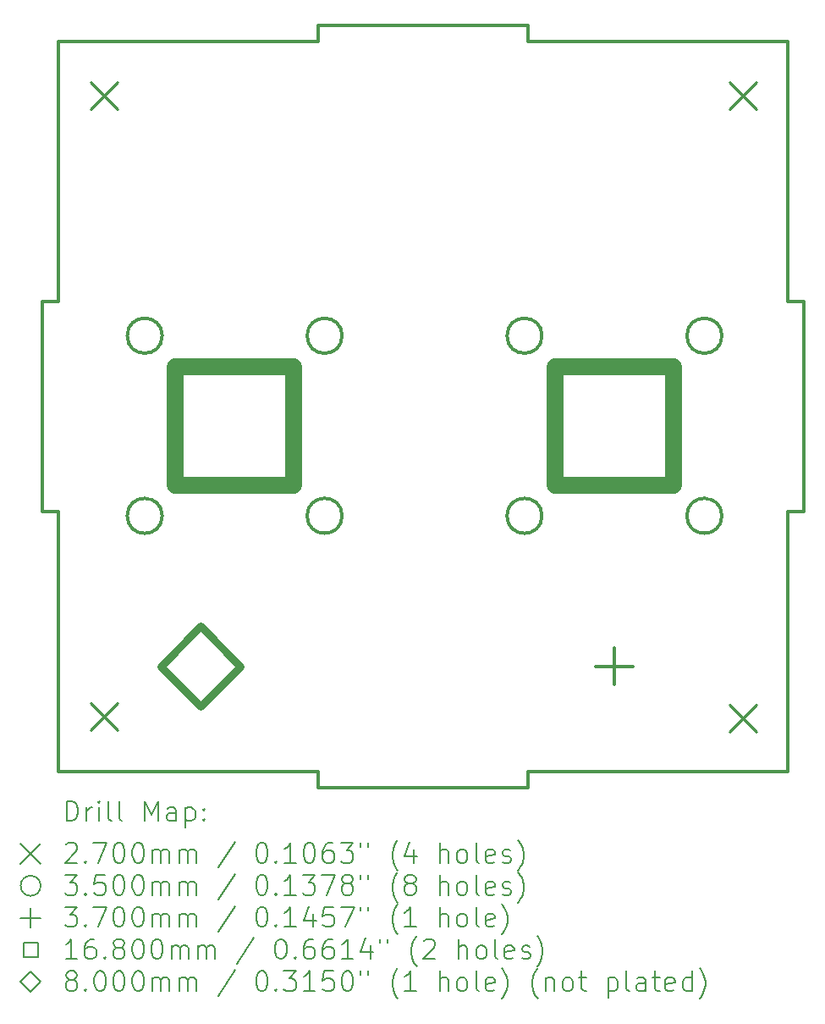
<source format=gbr>
%TF.GenerationSoftware,KiCad,Pcbnew,7.0.5-0*%
%TF.CreationDate,2024-04-21T20:18:27-04:00*%
%TF.ProjectId,swr_meter_rear,7377725f-6d65-4746-9572-5f726561722e,rev?*%
%TF.SameCoordinates,Original*%
%TF.FileFunction,Drillmap*%
%TF.FilePolarity,Positive*%
%FSLAX45Y45*%
G04 Gerber Fmt 4.5, Leading zero omitted, Abs format (unit mm)*
G04 Created by KiCad (PCBNEW 7.0.5-0) date 2024-04-21 20:18:27*
%MOMM*%
%LPD*%
G01*
G04 APERTURE LIST*
%ADD10C,0.349999*%
%ADD11C,0.200000*%
%ADD12C,0.270000*%
%ADD13C,0.350000*%
%ADD14C,0.370000*%
%ADD15C,1.680000*%
%ADD16C,0.800000*%
G04 APERTURE END LIST*
D10*
X17300000Y-2700000D02*
X14700000Y-2700000D01*
X12600000Y-10000000D02*
X10000000Y-10000000D01*
X14700000Y-2540000D02*
X12600000Y-2540000D01*
X17300000Y-5300000D02*
X17300000Y-2700000D01*
X17300000Y-7400000D02*
X17460000Y-7400000D01*
X17460000Y-7400000D02*
X17460000Y-5300000D01*
X9840000Y-7400000D02*
X10000000Y-7400000D01*
X10000000Y-5300000D02*
X9840000Y-5300000D01*
X10000000Y-7400000D02*
X10000000Y-10000000D01*
X9840000Y-5300000D02*
X9840000Y-7400000D01*
X17460000Y-5300000D02*
X17300000Y-5300000D01*
X10000000Y-2700000D02*
X10000000Y-5300000D01*
X12600000Y-2540000D02*
X12600000Y-2700000D01*
X14700000Y-10160000D02*
X14700000Y-10000000D01*
X14700000Y-2540000D02*
X14700000Y-2700000D01*
X12600000Y-10000000D02*
X12600000Y-10160000D01*
X12600000Y-10160000D02*
X14700000Y-10160000D01*
X12600000Y-2700000D02*
X10000000Y-2700000D01*
X17300000Y-10000000D02*
X17300000Y-7400000D01*
X14700000Y-10000000D02*
X17300000Y-10000000D01*
D11*
D12*
X10320000Y-3106000D02*
X10590000Y-3376000D01*
X10590000Y-3106000D02*
X10320000Y-3376000D01*
X10320000Y-9314000D02*
X10590000Y-9584000D01*
X10590000Y-9314000D02*
X10320000Y-9584000D01*
X16712000Y-9324000D02*
X16982000Y-9594000D01*
X16982000Y-9324000D02*
X16712000Y-9594000D01*
X16713000Y-3104000D02*
X16983000Y-3374000D01*
X16983000Y-3104000D02*
X16713000Y-3374000D01*
D13*
X11038788Y-5638866D02*
G75*
G03*
X11038788Y-5638866I-175000J0D01*
G01*
X11038788Y-7438866D02*
G75*
G03*
X11038788Y-7438866I-175000J0D01*
G01*
X12838788Y-5638866D02*
G75*
G03*
X12838788Y-5638866I-175000J0D01*
G01*
X12838788Y-7438866D02*
G75*
G03*
X12838788Y-7438866I-175000J0D01*
G01*
X14838788Y-5638866D02*
G75*
G03*
X14838788Y-5638866I-175000J0D01*
G01*
X14838788Y-7438866D02*
G75*
G03*
X14838788Y-7438866I-175000J0D01*
G01*
X16638788Y-5638866D02*
G75*
G03*
X16638788Y-5638866I-175000J0D01*
G01*
X16638788Y-7438866D02*
G75*
G03*
X16638788Y-7438866I-175000J0D01*
G01*
D14*
X15563788Y-8757133D02*
X15563788Y-9127133D01*
X15378788Y-8942133D02*
X15748788Y-8942133D01*
D15*
X12357764Y-7132841D02*
X12357764Y-5944890D01*
X11169813Y-5944890D01*
X11169813Y-7132841D01*
X12357764Y-7132841D01*
X16157764Y-7132841D02*
X16157764Y-5944890D01*
X14969813Y-5944890D01*
X14969813Y-7132841D01*
X16157764Y-7132841D01*
D16*
X11423788Y-9342133D02*
X11823788Y-8942133D01*
X11423788Y-8542133D01*
X11023788Y-8942133D01*
X11423788Y-9342133D01*
D11*
X10083277Y-10488984D02*
X10083277Y-10288984D01*
X10083277Y-10288984D02*
X10130896Y-10288984D01*
X10130896Y-10288984D02*
X10159468Y-10298507D01*
X10159468Y-10298507D02*
X10178515Y-10317555D01*
X10178515Y-10317555D02*
X10188039Y-10336603D01*
X10188039Y-10336603D02*
X10197563Y-10374698D01*
X10197563Y-10374698D02*
X10197563Y-10403269D01*
X10197563Y-10403269D02*
X10188039Y-10441365D01*
X10188039Y-10441365D02*
X10178515Y-10460412D01*
X10178515Y-10460412D02*
X10159468Y-10479460D01*
X10159468Y-10479460D02*
X10130896Y-10488984D01*
X10130896Y-10488984D02*
X10083277Y-10488984D01*
X10283277Y-10488984D02*
X10283277Y-10355650D01*
X10283277Y-10393746D02*
X10292801Y-10374698D01*
X10292801Y-10374698D02*
X10302325Y-10365174D01*
X10302325Y-10365174D02*
X10321372Y-10355650D01*
X10321372Y-10355650D02*
X10340420Y-10355650D01*
X10407087Y-10488984D02*
X10407087Y-10355650D01*
X10407087Y-10288984D02*
X10397563Y-10298507D01*
X10397563Y-10298507D02*
X10407087Y-10308031D01*
X10407087Y-10308031D02*
X10416610Y-10298507D01*
X10416610Y-10298507D02*
X10407087Y-10288984D01*
X10407087Y-10288984D02*
X10407087Y-10308031D01*
X10530896Y-10488984D02*
X10511848Y-10479460D01*
X10511848Y-10479460D02*
X10502325Y-10460412D01*
X10502325Y-10460412D02*
X10502325Y-10288984D01*
X10635658Y-10488984D02*
X10616610Y-10479460D01*
X10616610Y-10479460D02*
X10607087Y-10460412D01*
X10607087Y-10460412D02*
X10607087Y-10288984D01*
X10864229Y-10488984D02*
X10864229Y-10288984D01*
X10864229Y-10288984D02*
X10930896Y-10431841D01*
X10930896Y-10431841D02*
X10997563Y-10288984D01*
X10997563Y-10288984D02*
X10997563Y-10488984D01*
X11178515Y-10488984D02*
X11178515Y-10384222D01*
X11178515Y-10384222D02*
X11168991Y-10365174D01*
X11168991Y-10365174D02*
X11149944Y-10355650D01*
X11149944Y-10355650D02*
X11111848Y-10355650D01*
X11111848Y-10355650D02*
X11092801Y-10365174D01*
X11178515Y-10479460D02*
X11159468Y-10488984D01*
X11159468Y-10488984D02*
X11111848Y-10488984D01*
X11111848Y-10488984D02*
X11092801Y-10479460D01*
X11092801Y-10479460D02*
X11083277Y-10460412D01*
X11083277Y-10460412D02*
X11083277Y-10441365D01*
X11083277Y-10441365D02*
X11092801Y-10422317D01*
X11092801Y-10422317D02*
X11111848Y-10412793D01*
X11111848Y-10412793D02*
X11159468Y-10412793D01*
X11159468Y-10412793D02*
X11178515Y-10403269D01*
X11273753Y-10355650D02*
X11273753Y-10555650D01*
X11273753Y-10365174D02*
X11292801Y-10355650D01*
X11292801Y-10355650D02*
X11330896Y-10355650D01*
X11330896Y-10355650D02*
X11349944Y-10365174D01*
X11349944Y-10365174D02*
X11359467Y-10374698D01*
X11359467Y-10374698D02*
X11368991Y-10393746D01*
X11368991Y-10393746D02*
X11368991Y-10450888D01*
X11368991Y-10450888D02*
X11359467Y-10469936D01*
X11359467Y-10469936D02*
X11349944Y-10479460D01*
X11349944Y-10479460D02*
X11330896Y-10488984D01*
X11330896Y-10488984D02*
X11292801Y-10488984D01*
X11292801Y-10488984D02*
X11273753Y-10479460D01*
X11454706Y-10469936D02*
X11464229Y-10479460D01*
X11464229Y-10479460D02*
X11454706Y-10488984D01*
X11454706Y-10488984D02*
X11445182Y-10479460D01*
X11445182Y-10479460D02*
X11454706Y-10469936D01*
X11454706Y-10469936D02*
X11454706Y-10488984D01*
X11454706Y-10365174D02*
X11464229Y-10374698D01*
X11464229Y-10374698D02*
X11454706Y-10384222D01*
X11454706Y-10384222D02*
X11445182Y-10374698D01*
X11445182Y-10374698D02*
X11454706Y-10365174D01*
X11454706Y-10365174D02*
X11454706Y-10384222D01*
X9622500Y-10717500D02*
X9822500Y-10917500D01*
X9822500Y-10717500D02*
X9622500Y-10917500D01*
X10073753Y-10728031D02*
X10083277Y-10718507D01*
X10083277Y-10718507D02*
X10102325Y-10708984D01*
X10102325Y-10708984D02*
X10149944Y-10708984D01*
X10149944Y-10708984D02*
X10168991Y-10718507D01*
X10168991Y-10718507D02*
X10178515Y-10728031D01*
X10178515Y-10728031D02*
X10188039Y-10747079D01*
X10188039Y-10747079D02*
X10188039Y-10766126D01*
X10188039Y-10766126D02*
X10178515Y-10794698D01*
X10178515Y-10794698D02*
X10064229Y-10908984D01*
X10064229Y-10908984D02*
X10188039Y-10908984D01*
X10273753Y-10889936D02*
X10283277Y-10899460D01*
X10283277Y-10899460D02*
X10273753Y-10908984D01*
X10273753Y-10908984D02*
X10264229Y-10899460D01*
X10264229Y-10899460D02*
X10273753Y-10889936D01*
X10273753Y-10889936D02*
X10273753Y-10908984D01*
X10349944Y-10708984D02*
X10483277Y-10708984D01*
X10483277Y-10708984D02*
X10397563Y-10908984D01*
X10597563Y-10708984D02*
X10616610Y-10708984D01*
X10616610Y-10708984D02*
X10635658Y-10718507D01*
X10635658Y-10718507D02*
X10645182Y-10728031D01*
X10645182Y-10728031D02*
X10654706Y-10747079D01*
X10654706Y-10747079D02*
X10664229Y-10785174D01*
X10664229Y-10785174D02*
X10664229Y-10832793D01*
X10664229Y-10832793D02*
X10654706Y-10870888D01*
X10654706Y-10870888D02*
X10645182Y-10889936D01*
X10645182Y-10889936D02*
X10635658Y-10899460D01*
X10635658Y-10899460D02*
X10616610Y-10908984D01*
X10616610Y-10908984D02*
X10597563Y-10908984D01*
X10597563Y-10908984D02*
X10578515Y-10899460D01*
X10578515Y-10899460D02*
X10568991Y-10889936D01*
X10568991Y-10889936D02*
X10559468Y-10870888D01*
X10559468Y-10870888D02*
X10549944Y-10832793D01*
X10549944Y-10832793D02*
X10549944Y-10785174D01*
X10549944Y-10785174D02*
X10559468Y-10747079D01*
X10559468Y-10747079D02*
X10568991Y-10728031D01*
X10568991Y-10728031D02*
X10578515Y-10718507D01*
X10578515Y-10718507D02*
X10597563Y-10708984D01*
X10788039Y-10708984D02*
X10807087Y-10708984D01*
X10807087Y-10708984D02*
X10826134Y-10718507D01*
X10826134Y-10718507D02*
X10835658Y-10728031D01*
X10835658Y-10728031D02*
X10845182Y-10747079D01*
X10845182Y-10747079D02*
X10854706Y-10785174D01*
X10854706Y-10785174D02*
X10854706Y-10832793D01*
X10854706Y-10832793D02*
X10845182Y-10870888D01*
X10845182Y-10870888D02*
X10835658Y-10889936D01*
X10835658Y-10889936D02*
X10826134Y-10899460D01*
X10826134Y-10899460D02*
X10807087Y-10908984D01*
X10807087Y-10908984D02*
X10788039Y-10908984D01*
X10788039Y-10908984D02*
X10768991Y-10899460D01*
X10768991Y-10899460D02*
X10759468Y-10889936D01*
X10759468Y-10889936D02*
X10749944Y-10870888D01*
X10749944Y-10870888D02*
X10740420Y-10832793D01*
X10740420Y-10832793D02*
X10740420Y-10785174D01*
X10740420Y-10785174D02*
X10749944Y-10747079D01*
X10749944Y-10747079D02*
X10759468Y-10728031D01*
X10759468Y-10728031D02*
X10768991Y-10718507D01*
X10768991Y-10718507D02*
X10788039Y-10708984D01*
X10940420Y-10908984D02*
X10940420Y-10775650D01*
X10940420Y-10794698D02*
X10949944Y-10785174D01*
X10949944Y-10785174D02*
X10968991Y-10775650D01*
X10968991Y-10775650D02*
X10997563Y-10775650D01*
X10997563Y-10775650D02*
X11016610Y-10785174D01*
X11016610Y-10785174D02*
X11026134Y-10804222D01*
X11026134Y-10804222D02*
X11026134Y-10908984D01*
X11026134Y-10804222D02*
X11035658Y-10785174D01*
X11035658Y-10785174D02*
X11054706Y-10775650D01*
X11054706Y-10775650D02*
X11083277Y-10775650D01*
X11083277Y-10775650D02*
X11102325Y-10785174D01*
X11102325Y-10785174D02*
X11111849Y-10804222D01*
X11111849Y-10804222D02*
X11111849Y-10908984D01*
X11207087Y-10908984D02*
X11207087Y-10775650D01*
X11207087Y-10794698D02*
X11216610Y-10785174D01*
X11216610Y-10785174D02*
X11235658Y-10775650D01*
X11235658Y-10775650D02*
X11264229Y-10775650D01*
X11264229Y-10775650D02*
X11283277Y-10785174D01*
X11283277Y-10785174D02*
X11292801Y-10804222D01*
X11292801Y-10804222D02*
X11292801Y-10908984D01*
X11292801Y-10804222D02*
X11302325Y-10785174D01*
X11302325Y-10785174D02*
X11321372Y-10775650D01*
X11321372Y-10775650D02*
X11349944Y-10775650D01*
X11349944Y-10775650D02*
X11368991Y-10785174D01*
X11368991Y-10785174D02*
X11378515Y-10804222D01*
X11378515Y-10804222D02*
X11378515Y-10908984D01*
X11768991Y-10699460D02*
X11597563Y-10956603D01*
X12026134Y-10708984D02*
X12045182Y-10708984D01*
X12045182Y-10708984D02*
X12064230Y-10718507D01*
X12064230Y-10718507D02*
X12073753Y-10728031D01*
X12073753Y-10728031D02*
X12083277Y-10747079D01*
X12083277Y-10747079D02*
X12092801Y-10785174D01*
X12092801Y-10785174D02*
X12092801Y-10832793D01*
X12092801Y-10832793D02*
X12083277Y-10870888D01*
X12083277Y-10870888D02*
X12073753Y-10889936D01*
X12073753Y-10889936D02*
X12064230Y-10899460D01*
X12064230Y-10899460D02*
X12045182Y-10908984D01*
X12045182Y-10908984D02*
X12026134Y-10908984D01*
X12026134Y-10908984D02*
X12007087Y-10899460D01*
X12007087Y-10899460D02*
X11997563Y-10889936D01*
X11997563Y-10889936D02*
X11988039Y-10870888D01*
X11988039Y-10870888D02*
X11978515Y-10832793D01*
X11978515Y-10832793D02*
X11978515Y-10785174D01*
X11978515Y-10785174D02*
X11988039Y-10747079D01*
X11988039Y-10747079D02*
X11997563Y-10728031D01*
X11997563Y-10728031D02*
X12007087Y-10718507D01*
X12007087Y-10718507D02*
X12026134Y-10708984D01*
X12178515Y-10889936D02*
X12188039Y-10899460D01*
X12188039Y-10899460D02*
X12178515Y-10908984D01*
X12178515Y-10908984D02*
X12168991Y-10899460D01*
X12168991Y-10899460D02*
X12178515Y-10889936D01*
X12178515Y-10889936D02*
X12178515Y-10908984D01*
X12378515Y-10908984D02*
X12264230Y-10908984D01*
X12321372Y-10908984D02*
X12321372Y-10708984D01*
X12321372Y-10708984D02*
X12302325Y-10737555D01*
X12302325Y-10737555D02*
X12283277Y-10756603D01*
X12283277Y-10756603D02*
X12264230Y-10766126D01*
X12502325Y-10708984D02*
X12521372Y-10708984D01*
X12521372Y-10708984D02*
X12540420Y-10718507D01*
X12540420Y-10718507D02*
X12549944Y-10728031D01*
X12549944Y-10728031D02*
X12559468Y-10747079D01*
X12559468Y-10747079D02*
X12568991Y-10785174D01*
X12568991Y-10785174D02*
X12568991Y-10832793D01*
X12568991Y-10832793D02*
X12559468Y-10870888D01*
X12559468Y-10870888D02*
X12549944Y-10889936D01*
X12549944Y-10889936D02*
X12540420Y-10899460D01*
X12540420Y-10899460D02*
X12521372Y-10908984D01*
X12521372Y-10908984D02*
X12502325Y-10908984D01*
X12502325Y-10908984D02*
X12483277Y-10899460D01*
X12483277Y-10899460D02*
X12473753Y-10889936D01*
X12473753Y-10889936D02*
X12464230Y-10870888D01*
X12464230Y-10870888D02*
X12454706Y-10832793D01*
X12454706Y-10832793D02*
X12454706Y-10785174D01*
X12454706Y-10785174D02*
X12464230Y-10747079D01*
X12464230Y-10747079D02*
X12473753Y-10728031D01*
X12473753Y-10728031D02*
X12483277Y-10718507D01*
X12483277Y-10718507D02*
X12502325Y-10708984D01*
X12740420Y-10708984D02*
X12702325Y-10708984D01*
X12702325Y-10708984D02*
X12683277Y-10718507D01*
X12683277Y-10718507D02*
X12673753Y-10728031D01*
X12673753Y-10728031D02*
X12654706Y-10756603D01*
X12654706Y-10756603D02*
X12645182Y-10794698D01*
X12645182Y-10794698D02*
X12645182Y-10870888D01*
X12645182Y-10870888D02*
X12654706Y-10889936D01*
X12654706Y-10889936D02*
X12664230Y-10899460D01*
X12664230Y-10899460D02*
X12683277Y-10908984D01*
X12683277Y-10908984D02*
X12721372Y-10908984D01*
X12721372Y-10908984D02*
X12740420Y-10899460D01*
X12740420Y-10899460D02*
X12749944Y-10889936D01*
X12749944Y-10889936D02*
X12759468Y-10870888D01*
X12759468Y-10870888D02*
X12759468Y-10823269D01*
X12759468Y-10823269D02*
X12749944Y-10804222D01*
X12749944Y-10804222D02*
X12740420Y-10794698D01*
X12740420Y-10794698D02*
X12721372Y-10785174D01*
X12721372Y-10785174D02*
X12683277Y-10785174D01*
X12683277Y-10785174D02*
X12664230Y-10794698D01*
X12664230Y-10794698D02*
X12654706Y-10804222D01*
X12654706Y-10804222D02*
X12645182Y-10823269D01*
X12826134Y-10708984D02*
X12949944Y-10708984D01*
X12949944Y-10708984D02*
X12883277Y-10785174D01*
X12883277Y-10785174D02*
X12911849Y-10785174D01*
X12911849Y-10785174D02*
X12930896Y-10794698D01*
X12930896Y-10794698D02*
X12940420Y-10804222D01*
X12940420Y-10804222D02*
X12949944Y-10823269D01*
X12949944Y-10823269D02*
X12949944Y-10870888D01*
X12949944Y-10870888D02*
X12940420Y-10889936D01*
X12940420Y-10889936D02*
X12930896Y-10899460D01*
X12930896Y-10899460D02*
X12911849Y-10908984D01*
X12911849Y-10908984D02*
X12854706Y-10908984D01*
X12854706Y-10908984D02*
X12835658Y-10899460D01*
X12835658Y-10899460D02*
X12826134Y-10889936D01*
X13026134Y-10708984D02*
X13026134Y-10747079D01*
X13102325Y-10708984D02*
X13102325Y-10747079D01*
X13397563Y-10985174D02*
X13388039Y-10975650D01*
X13388039Y-10975650D02*
X13368992Y-10947079D01*
X13368992Y-10947079D02*
X13359468Y-10928031D01*
X13359468Y-10928031D02*
X13349944Y-10899460D01*
X13349944Y-10899460D02*
X13340420Y-10851841D01*
X13340420Y-10851841D02*
X13340420Y-10813746D01*
X13340420Y-10813746D02*
X13349944Y-10766126D01*
X13349944Y-10766126D02*
X13359468Y-10737555D01*
X13359468Y-10737555D02*
X13368992Y-10718507D01*
X13368992Y-10718507D02*
X13388039Y-10689936D01*
X13388039Y-10689936D02*
X13397563Y-10680412D01*
X13559468Y-10775650D02*
X13559468Y-10908984D01*
X13511849Y-10699460D02*
X13464230Y-10842317D01*
X13464230Y-10842317D02*
X13588039Y-10842317D01*
X13816611Y-10908984D02*
X13816611Y-10708984D01*
X13902325Y-10908984D02*
X13902325Y-10804222D01*
X13902325Y-10804222D02*
X13892801Y-10785174D01*
X13892801Y-10785174D02*
X13873754Y-10775650D01*
X13873754Y-10775650D02*
X13845182Y-10775650D01*
X13845182Y-10775650D02*
X13826134Y-10785174D01*
X13826134Y-10785174D02*
X13816611Y-10794698D01*
X14026134Y-10908984D02*
X14007087Y-10899460D01*
X14007087Y-10899460D02*
X13997563Y-10889936D01*
X13997563Y-10889936D02*
X13988039Y-10870888D01*
X13988039Y-10870888D02*
X13988039Y-10813746D01*
X13988039Y-10813746D02*
X13997563Y-10794698D01*
X13997563Y-10794698D02*
X14007087Y-10785174D01*
X14007087Y-10785174D02*
X14026134Y-10775650D01*
X14026134Y-10775650D02*
X14054706Y-10775650D01*
X14054706Y-10775650D02*
X14073754Y-10785174D01*
X14073754Y-10785174D02*
X14083277Y-10794698D01*
X14083277Y-10794698D02*
X14092801Y-10813746D01*
X14092801Y-10813746D02*
X14092801Y-10870888D01*
X14092801Y-10870888D02*
X14083277Y-10889936D01*
X14083277Y-10889936D02*
X14073754Y-10899460D01*
X14073754Y-10899460D02*
X14054706Y-10908984D01*
X14054706Y-10908984D02*
X14026134Y-10908984D01*
X14207087Y-10908984D02*
X14188039Y-10899460D01*
X14188039Y-10899460D02*
X14178515Y-10880412D01*
X14178515Y-10880412D02*
X14178515Y-10708984D01*
X14359468Y-10899460D02*
X14340420Y-10908984D01*
X14340420Y-10908984D02*
X14302325Y-10908984D01*
X14302325Y-10908984D02*
X14283277Y-10899460D01*
X14283277Y-10899460D02*
X14273754Y-10880412D01*
X14273754Y-10880412D02*
X14273754Y-10804222D01*
X14273754Y-10804222D02*
X14283277Y-10785174D01*
X14283277Y-10785174D02*
X14302325Y-10775650D01*
X14302325Y-10775650D02*
X14340420Y-10775650D01*
X14340420Y-10775650D02*
X14359468Y-10785174D01*
X14359468Y-10785174D02*
X14368992Y-10804222D01*
X14368992Y-10804222D02*
X14368992Y-10823269D01*
X14368992Y-10823269D02*
X14273754Y-10842317D01*
X14445182Y-10899460D02*
X14464230Y-10908984D01*
X14464230Y-10908984D02*
X14502325Y-10908984D01*
X14502325Y-10908984D02*
X14521373Y-10899460D01*
X14521373Y-10899460D02*
X14530896Y-10880412D01*
X14530896Y-10880412D02*
X14530896Y-10870888D01*
X14530896Y-10870888D02*
X14521373Y-10851841D01*
X14521373Y-10851841D02*
X14502325Y-10842317D01*
X14502325Y-10842317D02*
X14473754Y-10842317D01*
X14473754Y-10842317D02*
X14454706Y-10832793D01*
X14454706Y-10832793D02*
X14445182Y-10813746D01*
X14445182Y-10813746D02*
X14445182Y-10804222D01*
X14445182Y-10804222D02*
X14454706Y-10785174D01*
X14454706Y-10785174D02*
X14473754Y-10775650D01*
X14473754Y-10775650D02*
X14502325Y-10775650D01*
X14502325Y-10775650D02*
X14521373Y-10785174D01*
X14597563Y-10985174D02*
X14607087Y-10975650D01*
X14607087Y-10975650D02*
X14626135Y-10947079D01*
X14626135Y-10947079D02*
X14635658Y-10928031D01*
X14635658Y-10928031D02*
X14645182Y-10899460D01*
X14645182Y-10899460D02*
X14654706Y-10851841D01*
X14654706Y-10851841D02*
X14654706Y-10813746D01*
X14654706Y-10813746D02*
X14645182Y-10766126D01*
X14645182Y-10766126D02*
X14635658Y-10737555D01*
X14635658Y-10737555D02*
X14626135Y-10718507D01*
X14626135Y-10718507D02*
X14607087Y-10689936D01*
X14607087Y-10689936D02*
X14597563Y-10680412D01*
X9822500Y-11137500D02*
G75*
G03*
X9822500Y-11137500I-100000J0D01*
G01*
X10064229Y-11028984D02*
X10188039Y-11028984D01*
X10188039Y-11028984D02*
X10121372Y-11105174D01*
X10121372Y-11105174D02*
X10149944Y-11105174D01*
X10149944Y-11105174D02*
X10168991Y-11114698D01*
X10168991Y-11114698D02*
X10178515Y-11124222D01*
X10178515Y-11124222D02*
X10188039Y-11143269D01*
X10188039Y-11143269D02*
X10188039Y-11190888D01*
X10188039Y-11190888D02*
X10178515Y-11209936D01*
X10178515Y-11209936D02*
X10168991Y-11219460D01*
X10168991Y-11219460D02*
X10149944Y-11228984D01*
X10149944Y-11228984D02*
X10092801Y-11228984D01*
X10092801Y-11228984D02*
X10073753Y-11219460D01*
X10073753Y-11219460D02*
X10064229Y-11209936D01*
X10273753Y-11209936D02*
X10283277Y-11219460D01*
X10283277Y-11219460D02*
X10273753Y-11228984D01*
X10273753Y-11228984D02*
X10264229Y-11219460D01*
X10264229Y-11219460D02*
X10273753Y-11209936D01*
X10273753Y-11209936D02*
X10273753Y-11228984D01*
X10464229Y-11028984D02*
X10368991Y-11028984D01*
X10368991Y-11028984D02*
X10359468Y-11124222D01*
X10359468Y-11124222D02*
X10368991Y-11114698D01*
X10368991Y-11114698D02*
X10388039Y-11105174D01*
X10388039Y-11105174D02*
X10435658Y-11105174D01*
X10435658Y-11105174D02*
X10454706Y-11114698D01*
X10454706Y-11114698D02*
X10464229Y-11124222D01*
X10464229Y-11124222D02*
X10473753Y-11143269D01*
X10473753Y-11143269D02*
X10473753Y-11190888D01*
X10473753Y-11190888D02*
X10464229Y-11209936D01*
X10464229Y-11209936D02*
X10454706Y-11219460D01*
X10454706Y-11219460D02*
X10435658Y-11228984D01*
X10435658Y-11228984D02*
X10388039Y-11228984D01*
X10388039Y-11228984D02*
X10368991Y-11219460D01*
X10368991Y-11219460D02*
X10359468Y-11209936D01*
X10597563Y-11028984D02*
X10616610Y-11028984D01*
X10616610Y-11028984D02*
X10635658Y-11038507D01*
X10635658Y-11038507D02*
X10645182Y-11048031D01*
X10645182Y-11048031D02*
X10654706Y-11067079D01*
X10654706Y-11067079D02*
X10664229Y-11105174D01*
X10664229Y-11105174D02*
X10664229Y-11152793D01*
X10664229Y-11152793D02*
X10654706Y-11190888D01*
X10654706Y-11190888D02*
X10645182Y-11209936D01*
X10645182Y-11209936D02*
X10635658Y-11219460D01*
X10635658Y-11219460D02*
X10616610Y-11228984D01*
X10616610Y-11228984D02*
X10597563Y-11228984D01*
X10597563Y-11228984D02*
X10578515Y-11219460D01*
X10578515Y-11219460D02*
X10568991Y-11209936D01*
X10568991Y-11209936D02*
X10559468Y-11190888D01*
X10559468Y-11190888D02*
X10549944Y-11152793D01*
X10549944Y-11152793D02*
X10549944Y-11105174D01*
X10549944Y-11105174D02*
X10559468Y-11067079D01*
X10559468Y-11067079D02*
X10568991Y-11048031D01*
X10568991Y-11048031D02*
X10578515Y-11038507D01*
X10578515Y-11038507D02*
X10597563Y-11028984D01*
X10788039Y-11028984D02*
X10807087Y-11028984D01*
X10807087Y-11028984D02*
X10826134Y-11038507D01*
X10826134Y-11038507D02*
X10835658Y-11048031D01*
X10835658Y-11048031D02*
X10845182Y-11067079D01*
X10845182Y-11067079D02*
X10854706Y-11105174D01*
X10854706Y-11105174D02*
X10854706Y-11152793D01*
X10854706Y-11152793D02*
X10845182Y-11190888D01*
X10845182Y-11190888D02*
X10835658Y-11209936D01*
X10835658Y-11209936D02*
X10826134Y-11219460D01*
X10826134Y-11219460D02*
X10807087Y-11228984D01*
X10807087Y-11228984D02*
X10788039Y-11228984D01*
X10788039Y-11228984D02*
X10768991Y-11219460D01*
X10768991Y-11219460D02*
X10759468Y-11209936D01*
X10759468Y-11209936D02*
X10749944Y-11190888D01*
X10749944Y-11190888D02*
X10740420Y-11152793D01*
X10740420Y-11152793D02*
X10740420Y-11105174D01*
X10740420Y-11105174D02*
X10749944Y-11067079D01*
X10749944Y-11067079D02*
X10759468Y-11048031D01*
X10759468Y-11048031D02*
X10768991Y-11038507D01*
X10768991Y-11038507D02*
X10788039Y-11028984D01*
X10940420Y-11228984D02*
X10940420Y-11095650D01*
X10940420Y-11114698D02*
X10949944Y-11105174D01*
X10949944Y-11105174D02*
X10968991Y-11095650D01*
X10968991Y-11095650D02*
X10997563Y-11095650D01*
X10997563Y-11095650D02*
X11016610Y-11105174D01*
X11016610Y-11105174D02*
X11026134Y-11124222D01*
X11026134Y-11124222D02*
X11026134Y-11228984D01*
X11026134Y-11124222D02*
X11035658Y-11105174D01*
X11035658Y-11105174D02*
X11054706Y-11095650D01*
X11054706Y-11095650D02*
X11083277Y-11095650D01*
X11083277Y-11095650D02*
X11102325Y-11105174D01*
X11102325Y-11105174D02*
X11111849Y-11124222D01*
X11111849Y-11124222D02*
X11111849Y-11228984D01*
X11207087Y-11228984D02*
X11207087Y-11095650D01*
X11207087Y-11114698D02*
X11216610Y-11105174D01*
X11216610Y-11105174D02*
X11235658Y-11095650D01*
X11235658Y-11095650D02*
X11264229Y-11095650D01*
X11264229Y-11095650D02*
X11283277Y-11105174D01*
X11283277Y-11105174D02*
X11292801Y-11124222D01*
X11292801Y-11124222D02*
X11292801Y-11228984D01*
X11292801Y-11124222D02*
X11302325Y-11105174D01*
X11302325Y-11105174D02*
X11321372Y-11095650D01*
X11321372Y-11095650D02*
X11349944Y-11095650D01*
X11349944Y-11095650D02*
X11368991Y-11105174D01*
X11368991Y-11105174D02*
X11378515Y-11124222D01*
X11378515Y-11124222D02*
X11378515Y-11228984D01*
X11768991Y-11019460D02*
X11597563Y-11276603D01*
X12026134Y-11028984D02*
X12045182Y-11028984D01*
X12045182Y-11028984D02*
X12064230Y-11038507D01*
X12064230Y-11038507D02*
X12073753Y-11048031D01*
X12073753Y-11048031D02*
X12083277Y-11067079D01*
X12083277Y-11067079D02*
X12092801Y-11105174D01*
X12092801Y-11105174D02*
X12092801Y-11152793D01*
X12092801Y-11152793D02*
X12083277Y-11190888D01*
X12083277Y-11190888D02*
X12073753Y-11209936D01*
X12073753Y-11209936D02*
X12064230Y-11219460D01*
X12064230Y-11219460D02*
X12045182Y-11228984D01*
X12045182Y-11228984D02*
X12026134Y-11228984D01*
X12026134Y-11228984D02*
X12007087Y-11219460D01*
X12007087Y-11219460D02*
X11997563Y-11209936D01*
X11997563Y-11209936D02*
X11988039Y-11190888D01*
X11988039Y-11190888D02*
X11978515Y-11152793D01*
X11978515Y-11152793D02*
X11978515Y-11105174D01*
X11978515Y-11105174D02*
X11988039Y-11067079D01*
X11988039Y-11067079D02*
X11997563Y-11048031D01*
X11997563Y-11048031D02*
X12007087Y-11038507D01*
X12007087Y-11038507D02*
X12026134Y-11028984D01*
X12178515Y-11209936D02*
X12188039Y-11219460D01*
X12188039Y-11219460D02*
X12178515Y-11228984D01*
X12178515Y-11228984D02*
X12168991Y-11219460D01*
X12168991Y-11219460D02*
X12178515Y-11209936D01*
X12178515Y-11209936D02*
X12178515Y-11228984D01*
X12378515Y-11228984D02*
X12264230Y-11228984D01*
X12321372Y-11228984D02*
X12321372Y-11028984D01*
X12321372Y-11028984D02*
X12302325Y-11057555D01*
X12302325Y-11057555D02*
X12283277Y-11076603D01*
X12283277Y-11076603D02*
X12264230Y-11086126D01*
X12445182Y-11028984D02*
X12568991Y-11028984D01*
X12568991Y-11028984D02*
X12502325Y-11105174D01*
X12502325Y-11105174D02*
X12530896Y-11105174D01*
X12530896Y-11105174D02*
X12549944Y-11114698D01*
X12549944Y-11114698D02*
X12559468Y-11124222D01*
X12559468Y-11124222D02*
X12568991Y-11143269D01*
X12568991Y-11143269D02*
X12568991Y-11190888D01*
X12568991Y-11190888D02*
X12559468Y-11209936D01*
X12559468Y-11209936D02*
X12549944Y-11219460D01*
X12549944Y-11219460D02*
X12530896Y-11228984D01*
X12530896Y-11228984D02*
X12473753Y-11228984D01*
X12473753Y-11228984D02*
X12454706Y-11219460D01*
X12454706Y-11219460D02*
X12445182Y-11209936D01*
X12635658Y-11028984D02*
X12768991Y-11028984D01*
X12768991Y-11028984D02*
X12683277Y-11228984D01*
X12873753Y-11114698D02*
X12854706Y-11105174D01*
X12854706Y-11105174D02*
X12845182Y-11095650D01*
X12845182Y-11095650D02*
X12835658Y-11076603D01*
X12835658Y-11076603D02*
X12835658Y-11067079D01*
X12835658Y-11067079D02*
X12845182Y-11048031D01*
X12845182Y-11048031D02*
X12854706Y-11038507D01*
X12854706Y-11038507D02*
X12873753Y-11028984D01*
X12873753Y-11028984D02*
X12911849Y-11028984D01*
X12911849Y-11028984D02*
X12930896Y-11038507D01*
X12930896Y-11038507D02*
X12940420Y-11048031D01*
X12940420Y-11048031D02*
X12949944Y-11067079D01*
X12949944Y-11067079D02*
X12949944Y-11076603D01*
X12949944Y-11076603D02*
X12940420Y-11095650D01*
X12940420Y-11095650D02*
X12930896Y-11105174D01*
X12930896Y-11105174D02*
X12911849Y-11114698D01*
X12911849Y-11114698D02*
X12873753Y-11114698D01*
X12873753Y-11114698D02*
X12854706Y-11124222D01*
X12854706Y-11124222D02*
X12845182Y-11133746D01*
X12845182Y-11133746D02*
X12835658Y-11152793D01*
X12835658Y-11152793D02*
X12835658Y-11190888D01*
X12835658Y-11190888D02*
X12845182Y-11209936D01*
X12845182Y-11209936D02*
X12854706Y-11219460D01*
X12854706Y-11219460D02*
X12873753Y-11228984D01*
X12873753Y-11228984D02*
X12911849Y-11228984D01*
X12911849Y-11228984D02*
X12930896Y-11219460D01*
X12930896Y-11219460D02*
X12940420Y-11209936D01*
X12940420Y-11209936D02*
X12949944Y-11190888D01*
X12949944Y-11190888D02*
X12949944Y-11152793D01*
X12949944Y-11152793D02*
X12940420Y-11133746D01*
X12940420Y-11133746D02*
X12930896Y-11124222D01*
X12930896Y-11124222D02*
X12911849Y-11114698D01*
X13026134Y-11028984D02*
X13026134Y-11067079D01*
X13102325Y-11028984D02*
X13102325Y-11067079D01*
X13397563Y-11305174D02*
X13388039Y-11295650D01*
X13388039Y-11295650D02*
X13368992Y-11267079D01*
X13368992Y-11267079D02*
X13359468Y-11248031D01*
X13359468Y-11248031D02*
X13349944Y-11219460D01*
X13349944Y-11219460D02*
X13340420Y-11171841D01*
X13340420Y-11171841D02*
X13340420Y-11133746D01*
X13340420Y-11133746D02*
X13349944Y-11086126D01*
X13349944Y-11086126D02*
X13359468Y-11057555D01*
X13359468Y-11057555D02*
X13368992Y-11038507D01*
X13368992Y-11038507D02*
X13388039Y-11009936D01*
X13388039Y-11009936D02*
X13397563Y-11000412D01*
X13502325Y-11114698D02*
X13483277Y-11105174D01*
X13483277Y-11105174D02*
X13473753Y-11095650D01*
X13473753Y-11095650D02*
X13464230Y-11076603D01*
X13464230Y-11076603D02*
X13464230Y-11067079D01*
X13464230Y-11067079D02*
X13473753Y-11048031D01*
X13473753Y-11048031D02*
X13483277Y-11038507D01*
X13483277Y-11038507D02*
X13502325Y-11028984D01*
X13502325Y-11028984D02*
X13540420Y-11028984D01*
X13540420Y-11028984D02*
X13559468Y-11038507D01*
X13559468Y-11038507D02*
X13568992Y-11048031D01*
X13568992Y-11048031D02*
X13578515Y-11067079D01*
X13578515Y-11067079D02*
X13578515Y-11076603D01*
X13578515Y-11076603D02*
X13568992Y-11095650D01*
X13568992Y-11095650D02*
X13559468Y-11105174D01*
X13559468Y-11105174D02*
X13540420Y-11114698D01*
X13540420Y-11114698D02*
X13502325Y-11114698D01*
X13502325Y-11114698D02*
X13483277Y-11124222D01*
X13483277Y-11124222D02*
X13473753Y-11133746D01*
X13473753Y-11133746D02*
X13464230Y-11152793D01*
X13464230Y-11152793D02*
X13464230Y-11190888D01*
X13464230Y-11190888D02*
X13473753Y-11209936D01*
X13473753Y-11209936D02*
X13483277Y-11219460D01*
X13483277Y-11219460D02*
X13502325Y-11228984D01*
X13502325Y-11228984D02*
X13540420Y-11228984D01*
X13540420Y-11228984D02*
X13559468Y-11219460D01*
X13559468Y-11219460D02*
X13568992Y-11209936D01*
X13568992Y-11209936D02*
X13578515Y-11190888D01*
X13578515Y-11190888D02*
X13578515Y-11152793D01*
X13578515Y-11152793D02*
X13568992Y-11133746D01*
X13568992Y-11133746D02*
X13559468Y-11124222D01*
X13559468Y-11124222D02*
X13540420Y-11114698D01*
X13816611Y-11228984D02*
X13816611Y-11028984D01*
X13902325Y-11228984D02*
X13902325Y-11124222D01*
X13902325Y-11124222D02*
X13892801Y-11105174D01*
X13892801Y-11105174D02*
X13873754Y-11095650D01*
X13873754Y-11095650D02*
X13845182Y-11095650D01*
X13845182Y-11095650D02*
X13826134Y-11105174D01*
X13826134Y-11105174D02*
X13816611Y-11114698D01*
X14026134Y-11228984D02*
X14007087Y-11219460D01*
X14007087Y-11219460D02*
X13997563Y-11209936D01*
X13997563Y-11209936D02*
X13988039Y-11190888D01*
X13988039Y-11190888D02*
X13988039Y-11133746D01*
X13988039Y-11133746D02*
X13997563Y-11114698D01*
X13997563Y-11114698D02*
X14007087Y-11105174D01*
X14007087Y-11105174D02*
X14026134Y-11095650D01*
X14026134Y-11095650D02*
X14054706Y-11095650D01*
X14054706Y-11095650D02*
X14073754Y-11105174D01*
X14073754Y-11105174D02*
X14083277Y-11114698D01*
X14083277Y-11114698D02*
X14092801Y-11133746D01*
X14092801Y-11133746D02*
X14092801Y-11190888D01*
X14092801Y-11190888D02*
X14083277Y-11209936D01*
X14083277Y-11209936D02*
X14073754Y-11219460D01*
X14073754Y-11219460D02*
X14054706Y-11228984D01*
X14054706Y-11228984D02*
X14026134Y-11228984D01*
X14207087Y-11228984D02*
X14188039Y-11219460D01*
X14188039Y-11219460D02*
X14178515Y-11200412D01*
X14178515Y-11200412D02*
X14178515Y-11028984D01*
X14359468Y-11219460D02*
X14340420Y-11228984D01*
X14340420Y-11228984D02*
X14302325Y-11228984D01*
X14302325Y-11228984D02*
X14283277Y-11219460D01*
X14283277Y-11219460D02*
X14273754Y-11200412D01*
X14273754Y-11200412D02*
X14273754Y-11124222D01*
X14273754Y-11124222D02*
X14283277Y-11105174D01*
X14283277Y-11105174D02*
X14302325Y-11095650D01*
X14302325Y-11095650D02*
X14340420Y-11095650D01*
X14340420Y-11095650D02*
X14359468Y-11105174D01*
X14359468Y-11105174D02*
X14368992Y-11124222D01*
X14368992Y-11124222D02*
X14368992Y-11143269D01*
X14368992Y-11143269D02*
X14273754Y-11162317D01*
X14445182Y-11219460D02*
X14464230Y-11228984D01*
X14464230Y-11228984D02*
X14502325Y-11228984D01*
X14502325Y-11228984D02*
X14521373Y-11219460D01*
X14521373Y-11219460D02*
X14530896Y-11200412D01*
X14530896Y-11200412D02*
X14530896Y-11190888D01*
X14530896Y-11190888D02*
X14521373Y-11171841D01*
X14521373Y-11171841D02*
X14502325Y-11162317D01*
X14502325Y-11162317D02*
X14473754Y-11162317D01*
X14473754Y-11162317D02*
X14454706Y-11152793D01*
X14454706Y-11152793D02*
X14445182Y-11133746D01*
X14445182Y-11133746D02*
X14445182Y-11124222D01*
X14445182Y-11124222D02*
X14454706Y-11105174D01*
X14454706Y-11105174D02*
X14473754Y-11095650D01*
X14473754Y-11095650D02*
X14502325Y-11095650D01*
X14502325Y-11095650D02*
X14521373Y-11105174D01*
X14597563Y-11305174D02*
X14607087Y-11295650D01*
X14607087Y-11295650D02*
X14626135Y-11267079D01*
X14626135Y-11267079D02*
X14635658Y-11248031D01*
X14635658Y-11248031D02*
X14645182Y-11219460D01*
X14645182Y-11219460D02*
X14654706Y-11171841D01*
X14654706Y-11171841D02*
X14654706Y-11133746D01*
X14654706Y-11133746D02*
X14645182Y-11086126D01*
X14645182Y-11086126D02*
X14635658Y-11057555D01*
X14635658Y-11057555D02*
X14626135Y-11038507D01*
X14626135Y-11038507D02*
X14607087Y-11009936D01*
X14607087Y-11009936D02*
X14597563Y-11000412D01*
X9722500Y-11357500D02*
X9722500Y-11557500D01*
X9622500Y-11457500D02*
X9822500Y-11457500D01*
X10064229Y-11348984D02*
X10188039Y-11348984D01*
X10188039Y-11348984D02*
X10121372Y-11425174D01*
X10121372Y-11425174D02*
X10149944Y-11425174D01*
X10149944Y-11425174D02*
X10168991Y-11434698D01*
X10168991Y-11434698D02*
X10178515Y-11444222D01*
X10178515Y-11444222D02*
X10188039Y-11463269D01*
X10188039Y-11463269D02*
X10188039Y-11510888D01*
X10188039Y-11510888D02*
X10178515Y-11529936D01*
X10178515Y-11529936D02*
X10168991Y-11539460D01*
X10168991Y-11539460D02*
X10149944Y-11548984D01*
X10149944Y-11548984D02*
X10092801Y-11548984D01*
X10092801Y-11548984D02*
X10073753Y-11539460D01*
X10073753Y-11539460D02*
X10064229Y-11529936D01*
X10273753Y-11529936D02*
X10283277Y-11539460D01*
X10283277Y-11539460D02*
X10273753Y-11548984D01*
X10273753Y-11548984D02*
X10264229Y-11539460D01*
X10264229Y-11539460D02*
X10273753Y-11529936D01*
X10273753Y-11529936D02*
X10273753Y-11548984D01*
X10349944Y-11348984D02*
X10483277Y-11348984D01*
X10483277Y-11348984D02*
X10397563Y-11548984D01*
X10597563Y-11348984D02*
X10616610Y-11348984D01*
X10616610Y-11348984D02*
X10635658Y-11358507D01*
X10635658Y-11358507D02*
X10645182Y-11368031D01*
X10645182Y-11368031D02*
X10654706Y-11387079D01*
X10654706Y-11387079D02*
X10664229Y-11425174D01*
X10664229Y-11425174D02*
X10664229Y-11472793D01*
X10664229Y-11472793D02*
X10654706Y-11510888D01*
X10654706Y-11510888D02*
X10645182Y-11529936D01*
X10645182Y-11529936D02*
X10635658Y-11539460D01*
X10635658Y-11539460D02*
X10616610Y-11548984D01*
X10616610Y-11548984D02*
X10597563Y-11548984D01*
X10597563Y-11548984D02*
X10578515Y-11539460D01*
X10578515Y-11539460D02*
X10568991Y-11529936D01*
X10568991Y-11529936D02*
X10559468Y-11510888D01*
X10559468Y-11510888D02*
X10549944Y-11472793D01*
X10549944Y-11472793D02*
X10549944Y-11425174D01*
X10549944Y-11425174D02*
X10559468Y-11387079D01*
X10559468Y-11387079D02*
X10568991Y-11368031D01*
X10568991Y-11368031D02*
X10578515Y-11358507D01*
X10578515Y-11358507D02*
X10597563Y-11348984D01*
X10788039Y-11348984D02*
X10807087Y-11348984D01*
X10807087Y-11348984D02*
X10826134Y-11358507D01*
X10826134Y-11358507D02*
X10835658Y-11368031D01*
X10835658Y-11368031D02*
X10845182Y-11387079D01*
X10845182Y-11387079D02*
X10854706Y-11425174D01*
X10854706Y-11425174D02*
X10854706Y-11472793D01*
X10854706Y-11472793D02*
X10845182Y-11510888D01*
X10845182Y-11510888D02*
X10835658Y-11529936D01*
X10835658Y-11529936D02*
X10826134Y-11539460D01*
X10826134Y-11539460D02*
X10807087Y-11548984D01*
X10807087Y-11548984D02*
X10788039Y-11548984D01*
X10788039Y-11548984D02*
X10768991Y-11539460D01*
X10768991Y-11539460D02*
X10759468Y-11529936D01*
X10759468Y-11529936D02*
X10749944Y-11510888D01*
X10749944Y-11510888D02*
X10740420Y-11472793D01*
X10740420Y-11472793D02*
X10740420Y-11425174D01*
X10740420Y-11425174D02*
X10749944Y-11387079D01*
X10749944Y-11387079D02*
X10759468Y-11368031D01*
X10759468Y-11368031D02*
X10768991Y-11358507D01*
X10768991Y-11358507D02*
X10788039Y-11348984D01*
X10940420Y-11548984D02*
X10940420Y-11415650D01*
X10940420Y-11434698D02*
X10949944Y-11425174D01*
X10949944Y-11425174D02*
X10968991Y-11415650D01*
X10968991Y-11415650D02*
X10997563Y-11415650D01*
X10997563Y-11415650D02*
X11016610Y-11425174D01*
X11016610Y-11425174D02*
X11026134Y-11444222D01*
X11026134Y-11444222D02*
X11026134Y-11548984D01*
X11026134Y-11444222D02*
X11035658Y-11425174D01*
X11035658Y-11425174D02*
X11054706Y-11415650D01*
X11054706Y-11415650D02*
X11083277Y-11415650D01*
X11083277Y-11415650D02*
X11102325Y-11425174D01*
X11102325Y-11425174D02*
X11111849Y-11444222D01*
X11111849Y-11444222D02*
X11111849Y-11548984D01*
X11207087Y-11548984D02*
X11207087Y-11415650D01*
X11207087Y-11434698D02*
X11216610Y-11425174D01*
X11216610Y-11425174D02*
X11235658Y-11415650D01*
X11235658Y-11415650D02*
X11264229Y-11415650D01*
X11264229Y-11415650D02*
X11283277Y-11425174D01*
X11283277Y-11425174D02*
X11292801Y-11444222D01*
X11292801Y-11444222D02*
X11292801Y-11548984D01*
X11292801Y-11444222D02*
X11302325Y-11425174D01*
X11302325Y-11425174D02*
X11321372Y-11415650D01*
X11321372Y-11415650D02*
X11349944Y-11415650D01*
X11349944Y-11415650D02*
X11368991Y-11425174D01*
X11368991Y-11425174D02*
X11378515Y-11444222D01*
X11378515Y-11444222D02*
X11378515Y-11548984D01*
X11768991Y-11339460D02*
X11597563Y-11596603D01*
X12026134Y-11348984D02*
X12045182Y-11348984D01*
X12045182Y-11348984D02*
X12064230Y-11358507D01*
X12064230Y-11358507D02*
X12073753Y-11368031D01*
X12073753Y-11368031D02*
X12083277Y-11387079D01*
X12083277Y-11387079D02*
X12092801Y-11425174D01*
X12092801Y-11425174D02*
X12092801Y-11472793D01*
X12092801Y-11472793D02*
X12083277Y-11510888D01*
X12083277Y-11510888D02*
X12073753Y-11529936D01*
X12073753Y-11529936D02*
X12064230Y-11539460D01*
X12064230Y-11539460D02*
X12045182Y-11548984D01*
X12045182Y-11548984D02*
X12026134Y-11548984D01*
X12026134Y-11548984D02*
X12007087Y-11539460D01*
X12007087Y-11539460D02*
X11997563Y-11529936D01*
X11997563Y-11529936D02*
X11988039Y-11510888D01*
X11988039Y-11510888D02*
X11978515Y-11472793D01*
X11978515Y-11472793D02*
X11978515Y-11425174D01*
X11978515Y-11425174D02*
X11988039Y-11387079D01*
X11988039Y-11387079D02*
X11997563Y-11368031D01*
X11997563Y-11368031D02*
X12007087Y-11358507D01*
X12007087Y-11358507D02*
X12026134Y-11348984D01*
X12178515Y-11529936D02*
X12188039Y-11539460D01*
X12188039Y-11539460D02*
X12178515Y-11548984D01*
X12178515Y-11548984D02*
X12168991Y-11539460D01*
X12168991Y-11539460D02*
X12178515Y-11529936D01*
X12178515Y-11529936D02*
X12178515Y-11548984D01*
X12378515Y-11548984D02*
X12264230Y-11548984D01*
X12321372Y-11548984D02*
X12321372Y-11348984D01*
X12321372Y-11348984D02*
X12302325Y-11377555D01*
X12302325Y-11377555D02*
X12283277Y-11396603D01*
X12283277Y-11396603D02*
X12264230Y-11406126D01*
X12549944Y-11415650D02*
X12549944Y-11548984D01*
X12502325Y-11339460D02*
X12454706Y-11482317D01*
X12454706Y-11482317D02*
X12578515Y-11482317D01*
X12749944Y-11348984D02*
X12654706Y-11348984D01*
X12654706Y-11348984D02*
X12645182Y-11444222D01*
X12645182Y-11444222D02*
X12654706Y-11434698D01*
X12654706Y-11434698D02*
X12673753Y-11425174D01*
X12673753Y-11425174D02*
X12721372Y-11425174D01*
X12721372Y-11425174D02*
X12740420Y-11434698D01*
X12740420Y-11434698D02*
X12749944Y-11444222D01*
X12749944Y-11444222D02*
X12759468Y-11463269D01*
X12759468Y-11463269D02*
X12759468Y-11510888D01*
X12759468Y-11510888D02*
X12749944Y-11529936D01*
X12749944Y-11529936D02*
X12740420Y-11539460D01*
X12740420Y-11539460D02*
X12721372Y-11548984D01*
X12721372Y-11548984D02*
X12673753Y-11548984D01*
X12673753Y-11548984D02*
X12654706Y-11539460D01*
X12654706Y-11539460D02*
X12645182Y-11529936D01*
X12826134Y-11348984D02*
X12959468Y-11348984D01*
X12959468Y-11348984D02*
X12873753Y-11548984D01*
X13026134Y-11348984D02*
X13026134Y-11387079D01*
X13102325Y-11348984D02*
X13102325Y-11387079D01*
X13397563Y-11625174D02*
X13388039Y-11615650D01*
X13388039Y-11615650D02*
X13368992Y-11587079D01*
X13368992Y-11587079D02*
X13359468Y-11568031D01*
X13359468Y-11568031D02*
X13349944Y-11539460D01*
X13349944Y-11539460D02*
X13340420Y-11491841D01*
X13340420Y-11491841D02*
X13340420Y-11453745D01*
X13340420Y-11453745D02*
X13349944Y-11406126D01*
X13349944Y-11406126D02*
X13359468Y-11377555D01*
X13359468Y-11377555D02*
X13368992Y-11358507D01*
X13368992Y-11358507D02*
X13388039Y-11329936D01*
X13388039Y-11329936D02*
X13397563Y-11320412D01*
X13578515Y-11548984D02*
X13464230Y-11548984D01*
X13521372Y-11548984D02*
X13521372Y-11348984D01*
X13521372Y-11348984D02*
X13502325Y-11377555D01*
X13502325Y-11377555D02*
X13483277Y-11396603D01*
X13483277Y-11396603D02*
X13464230Y-11406126D01*
X13816611Y-11548984D02*
X13816611Y-11348984D01*
X13902325Y-11548984D02*
X13902325Y-11444222D01*
X13902325Y-11444222D02*
X13892801Y-11425174D01*
X13892801Y-11425174D02*
X13873754Y-11415650D01*
X13873754Y-11415650D02*
X13845182Y-11415650D01*
X13845182Y-11415650D02*
X13826134Y-11425174D01*
X13826134Y-11425174D02*
X13816611Y-11434698D01*
X14026134Y-11548984D02*
X14007087Y-11539460D01*
X14007087Y-11539460D02*
X13997563Y-11529936D01*
X13997563Y-11529936D02*
X13988039Y-11510888D01*
X13988039Y-11510888D02*
X13988039Y-11453745D01*
X13988039Y-11453745D02*
X13997563Y-11434698D01*
X13997563Y-11434698D02*
X14007087Y-11425174D01*
X14007087Y-11425174D02*
X14026134Y-11415650D01*
X14026134Y-11415650D02*
X14054706Y-11415650D01*
X14054706Y-11415650D02*
X14073754Y-11425174D01*
X14073754Y-11425174D02*
X14083277Y-11434698D01*
X14083277Y-11434698D02*
X14092801Y-11453745D01*
X14092801Y-11453745D02*
X14092801Y-11510888D01*
X14092801Y-11510888D02*
X14083277Y-11529936D01*
X14083277Y-11529936D02*
X14073754Y-11539460D01*
X14073754Y-11539460D02*
X14054706Y-11548984D01*
X14054706Y-11548984D02*
X14026134Y-11548984D01*
X14207087Y-11548984D02*
X14188039Y-11539460D01*
X14188039Y-11539460D02*
X14178515Y-11520412D01*
X14178515Y-11520412D02*
X14178515Y-11348984D01*
X14359468Y-11539460D02*
X14340420Y-11548984D01*
X14340420Y-11548984D02*
X14302325Y-11548984D01*
X14302325Y-11548984D02*
X14283277Y-11539460D01*
X14283277Y-11539460D02*
X14273754Y-11520412D01*
X14273754Y-11520412D02*
X14273754Y-11444222D01*
X14273754Y-11444222D02*
X14283277Y-11425174D01*
X14283277Y-11425174D02*
X14302325Y-11415650D01*
X14302325Y-11415650D02*
X14340420Y-11415650D01*
X14340420Y-11415650D02*
X14359468Y-11425174D01*
X14359468Y-11425174D02*
X14368992Y-11444222D01*
X14368992Y-11444222D02*
X14368992Y-11463269D01*
X14368992Y-11463269D02*
X14273754Y-11482317D01*
X14435658Y-11625174D02*
X14445182Y-11615650D01*
X14445182Y-11615650D02*
X14464230Y-11587079D01*
X14464230Y-11587079D02*
X14473754Y-11568031D01*
X14473754Y-11568031D02*
X14483277Y-11539460D01*
X14483277Y-11539460D02*
X14492801Y-11491841D01*
X14492801Y-11491841D02*
X14492801Y-11453745D01*
X14492801Y-11453745D02*
X14483277Y-11406126D01*
X14483277Y-11406126D02*
X14473754Y-11377555D01*
X14473754Y-11377555D02*
X14464230Y-11358507D01*
X14464230Y-11358507D02*
X14445182Y-11329936D01*
X14445182Y-11329936D02*
X14435658Y-11320412D01*
X9793212Y-11848211D02*
X9793212Y-11706788D01*
X9651789Y-11706788D01*
X9651789Y-11848211D01*
X9793212Y-11848211D01*
X10188039Y-11868984D02*
X10073753Y-11868984D01*
X10130896Y-11868984D02*
X10130896Y-11668984D01*
X10130896Y-11668984D02*
X10111848Y-11697555D01*
X10111848Y-11697555D02*
X10092801Y-11716603D01*
X10092801Y-11716603D02*
X10073753Y-11726126D01*
X10359468Y-11668984D02*
X10321372Y-11668984D01*
X10321372Y-11668984D02*
X10302325Y-11678507D01*
X10302325Y-11678507D02*
X10292801Y-11688031D01*
X10292801Y-11688031D02*
X10273753Y-11716603D01*
X10273753Y-11716603D02*
X10264229Y-11754698D01*
X10264229Y-11754698D02*
X10264229Y-11830888D01*
X10264229Y-11830888D02*
X10273753Y-11849936D01*
X10273753Y-11849936D02*
X10283277Y-11859460D01*
X10283277Y-11859460D02*
X10302325Y-11868984D01*
X10302325Y-11868984D02*
X10340420Y-11868984D01*
X10340420Y-11868984D02*
X10359468Y-11859460D01*
X10359468Y-11859460D02*
X10368991Y-11849936D01*
X10368991Y-11849936D02*
X10378515Y-11830888D01*
X10378515Y-11830888D02*
X10378515Y-11783269D01*
X10378515Y-11783269D02*
X10368991Y-11764222D01*
X10368991Y-11764222D02*
X10359468Y-11754698D01*
X10359468Y-11754698D02*
X10340420Y-11745174D01*
X10340420Y-11745174D02*
X10302325Y-11745174D01*
X10302325Y-11745174D02*
X10283277Y-11754698D01*
X10283277Y-11754698D02*
X10273753Y-11764222D01*
X10273753Y-11764222D02*
X10264229Y-11783269D01*
X10464229Y-11849936D02*
X10473753Y-11859460D01*
X10473753Y-11859460D02*
X10464229Y-11868984D01*
X10464229Y-11868984D02*
X10454706Y-11859460D01*
X10454706Y-11859460D02*
X10464229Y-11849936D01*
X10464229Y-11849936D02*
X10464229Y-11868984D01*
X10588039Y-11754698D02*
X10568991Y-11745174D01*
X10568991Y-11745174D02*
X10559468Y-11735650D01*
X10559468Y-11735650D02*
X10549944Y-11716603D01*
X10549944Y-11716603D02*
X10549944Y-11707079D01*
X10549944Y-11707079D02*
X10559468Y-11688031D01*
X10559468Y-11688031D02*
X10568991Y-11678507D01*
X10568991Y-11678507D02*
X10588039Y-11668984D01*
X10588039Y-11668984D02*
X10626134Y-11668984D01*
X10626134Y-11668984D02*
X10645182Y-11678507D01*
X10645182Y-11678507D02*
X10654706Y-11688031D01*
X10654706Y-11688031D02*
X10664229Y-11707079D01*
X10664229Y-11707079D02*
X10664229Y-11716603D01*
X10664229Y-11716603D02*
X10654706Y-11735650D01*
X10654706Y-11735650D02*
X10645182Y-11745174D01*
X10645182Y-11745174D02*
X10626134Y-11754698D01*
X10626134Y-11754698D02*
X10588039Y-11754698D01*
X10588039Y-11754698D02*
X10568991Y-11764222D01*
X10568991Y-11764222D02*
X10559468Y-11773745D01*
X10559468Y-11773745D02*
X10549944Y-11792793D01*
X10549944Y-11792793D02*
X10549944Y-11830888D01*
X10549944Y-11830888D02*
X10559468Y-11849936D01*
X10559468Y-11849936D02*
X10568991Y-11859460D01*
X10568991Y-11859460D02*
X10588039Y-11868984D01*
X10588039Y-11868984D02*
X10626134Y-11868984D01*
X10626134Y-11868984D02*
X10645182Y-11859460D01*
X10645182Y-11859460D02*
X10654706Y-11849936D01*
X10654706Y-11849936D02*
X10664229Y-11830888D01*
X10664229Y-11830888D02*
X10664229Y-11792793D01*
X10664229Y-11792793D02*
X10654706Y-11773745D01*
X10654706Y-11773745D02*
X10645182Y-11764222D01*
X10645182Y-11764222D02*
X10626134Y-11754698D01*
X10788039Y-11668984D02*
X10807087Y-11668984D01*
X10807087Y-11668984D02*
X10826134Y-11678507D01*
X10826134Y-11678507D02*
X10835658Y-11688031D01*
X10835658Y-11688031D02*
X10845182Y-11707079D01*
X10845182Y-11707079D02*
X10854706Y-11745174D01*
X10854706Y-11745174D02*
X10854706Y-11792793D01*
X10854706Y-11792793D02*
X10845182Y-11830888D01*
X10845182Y-11830888D02*
X10835658Y-11849936D01*
X10835658Y-11849936D02*
X10826134Y-11859460D01*
X10826134Y-11859460D02*
X10807087Y-11868984D01*
X10807087Y-11868984D02*
X10788039Y-11868984D01*
X10788039Y-11868984D02*
X10768991Y-11859460D01*
X10768991Y-11859460D02*
X10759468Y-11849936D01*
X10759468Y-11849936D02*
X10749944Y-11830888D01*
X10749944Y-11830888D02*
X10740420Y-11792793D01*
X10740420Y-11792793D02*
X10740420Y-11745174D01*
X10740420Y-11745174D02*
X10749944Y-11707079D01*
X10749944Y-11707079D02*
X10759468Y-11688031D01*
X10759468Y-11688031D02*
X10768991Y-11678507D01*
X10768991Y-11678507D02*
X10788039Y-11668984D01*
X10978515Y-11668984D02*
X10997563Y-11668984D01*
X10997563Y-11668984D02*
X11016610Y-11678507D01*
X11016610Y-11678507D02*
X11026134Y-11688031D01*
X11026134Y-11688031D02*
X11035658Y-11707079D01*
X11035658Y-11707079D02*
X11045182Y-11745174D01*
X11045182Y-11745174D02*
X11045182Y-11792793D01*
X11045182Y-11792793D02*
X11035658Y-11830888D01*
X11035658Y-11830888D02*
X11026134Y-11849936D01*
X11026134Y-11849936D02*
X11016610Y-11859460D01*
X11016610Y-11859460D02*
X10997563Y-11868984D01*
X10997563Y-11868984D02*
X10978515Y-11868984D01*
X10978515Y-11868984D02*
X10959468Y-11859460D01*
X10959468Y-11859460D02*
X10949944Y-11849936D01*
X10949944Y-11849936D02*
X10940420Y-11830888D01*
X10940420Y-11830888D02*
X10930896Y-11792793D01*
X10930896Y-11792793D02*
X10930896Y-11745174D01*
X10930896Y-11745174D02*
X10940420Y-11707079D01*
X10940420Y-11707079D02*
X10949944Y-11688031D01*
X10949944Y-11688031D02*
X10959468Y-11678507D01*
X10959468Y-11678507D02*
X10978515Y-11668984D01*
X11130896Y-11868984D02*
X11130896Y-11735650D01*
X11130896Y-11754698D02*
X11140420Y-11745174D01*
X11140420Y-11745174D02*
X11159468Y-11735650D01*
X11159468Y-11735650D02*
X11188039Y-11735650D01*
X11188039Y-11735650D02*
X11207087Y-11745174D01*
X11207087Y-11745174D02*
X11216610Y-11764222D01*
X11216610Y-11764222D02*
X11216610Y-11868984D01*
X11216610Y-11764222D02*
X11226134Y-11745174D01*
X11226134Y-11745174D02*
X11245182Y-11735650D01*
X11245182Y-11735650D02*
X11273753Y-11735650D01*
X11273753Y-11735650D02*
X11292801Y-11745174D01*
X11292801Y-11745174D02*
X11302325Y-11764222D01*
X11302325Y-11764222D02*
X11302325Y-11868984D01*
X11397563Y-11868984D02*
X11397563Y-11735650D01*
X11397563Y-11754698D02*
X11407087Y-11745174D01*
X11407087Y-11745174D02*
X11426134Y-11735650D01*
X11426134Y-11735650D02*
X11454706Y-11735650D01*
X11454706Y-11735650D02*
X11473753Y-11745174D01*
X11473753Y-11745174D02*
X11483277Y-11764222D01*
X11483277Y-11764222D02*
X11483277Y-11868984D01*
X11483277Y-11764222D02*
X11492801Y-11745174D01*
X11492801Y-11745174D02*
X11511848Y-11735650D01*
X11511848Y-11735650D02*
X11540420Y-11735650D01*
X11540420Y-11735650D02*
X11559468Y-11745174D01*
X11559468Y-11745174D02*
X11568991Y-11764222D01*
X11568991Y-11764222D02*
X11568991Y-11868984D01*
X11959468Y-11659460D02*
X11788039Y-11916603D01*
X12216610Y-11668984D02*
X12235658Y-11668984D01*
X12235658Y-11668984D02*
X12254706Y-11678507D01*
X12254706Y-11678507D02*
X12264230Y-11688031D01*
X12264230Y-11688031D02*
X12273753Y-11707079D01*
X12273753Y-11707079D02*
X12283277Y-11745174D01*
X12283277Y-11745174D02*
X12283277Y-11792793D01*
X12283277Y-11792793D02*
X12273753Y-11830888D01*
X12273753Y-11830888D02*
X12264230Y-11849936D01*
X12264230Y-11849936D02*
X12254706Y-11859460D01*
X12254706Y-11859460D02*
X12235658Y-11868984D01*
X12235658Y-11868984D02*
X12216610Y-11868984D01*
X12216610Y-11868984D02*
X12197563Y-11859460D01*
X12197563Y-11859460D02*
X12188039Y-11849936D01*
X12188039Y-11849936D02*
X12178515Y-11830888D01*
X12178515Y-11830888D02*
X12168991Y-11792793D01*
X12168991Y-11792793D02*
X12168991Y-11745174D01*
X12168991Y-11745174D02*
X12178515Y-11707079D01*
X12178515Y-11707079D02*
X12188039Y-11688031D01*
X12188039Y-11688031D02*
X12197563Y-11678507D01*
X12197563Y-11678507D02*
X12216610Y-11668984D01*
X12368991Y-11849936D02*
X12378515Y-11859460D01*
X12378515Y-11859460D02*
X12368991Y-11868984D01*
X12368991Y-11868984D02*
X12359468Y-11859460D01*
X12359468Y-11859460D02*
X12368991Y-11849936D01*
X12368991Y-11849936D02*
X12368991Y-11868984D01*
X12549944Y-11668984D02*
X12511849Y-11668984D01*
X12511849Y-11668984D02*
X12492801Y-11678507D01*
X12492801Y-11678507D02*
X12483277Y-11688031D01*
X12483277Y-11688031D02*
X12464230Y-11716603D01*
X12464230Y-11716603D02*
X12454706Y-11754698D01*
X12454706Y-11754698D02*
X12454706Y-11830888D01*
X12454706Y-11830888D02*
X12464230Y-11849936D01*
X12464230Y-11849936D02*
X12473753Y-11859460D01*
X12473753Y-11859460D02*
X12492801Y-11868984D01*
X12492801Y-11868984D02*
X12530896Y-11868984D01*
X12530896Y-11868984D02*
X12549944Y-11859460D01*
X12549944Y-11859460D02*
X12559468Y-11849936D01*
X12559468Y-11849936D02*
X12568991Y-11830888D01*
X12568991Y-11830888D02*
X12568991Y-11783269D01*
X12568991Y-11783269D02*
X12559468Y-11764222D01*
X12559468Y-11764222D02*
X12549944Y-11754698D01*
X12549944Y-11754698D02*
X12530896Y-11745174D01*
X12530896Y-11745174D02*
X12492801Y-11745174D01*
X12492801Y-11745174D02*
X12473753Y-11754698D01*
X12473753Y-11754698D02*
X12464230Y-11764222D01*
X12464230Y-11764222D02*
X12454706Y-11783269D01*
X12740420Y-11668984D02*
X12702325Y-11668984D01*
X12702325Y-11668984D02*
X12683277Y-11678507D01*
X12683277Y-11678507D02*
X12673753Y-11688031D01*
X12673753Y-11688031D02*
X12654706Y-11716603D01*
X12654706Y-11716603D02*
X12645182Y-11754698D01*
X12645182Y-11754698D02*
X12645182Y-11830888D01*
X12645182Y-11830888D02*
X12654706Y-11849936D01*
X12654706Y-11849936D02*
X12664230Y-11859460D01*
X12664230Y-11859460D02*
X12683277Y-11868984D01*
X12683277Y-11868984D02*
X12721372Y-11868984D01*
X12721372Y-11868984D02*
X12740420Y-11859460D01*
X12740420Y-11859460D02*
X12749944Y-11849936D01*
X12749944Y-11849936D02*
X12759468Y-11830888D01*
X12759468Y-11830888D02*
X12759468Y-11783269D01*
X12759468Y-11783269D02*
X12749944Y-11764222D01*
X12749944Y-11764222D02*
X12740420Y-11754698D01*
X12740420Y-11754698D02*
X12721372Y-11745174D01*
X12721372Y-11745174D02*
X12683277Y-11745174D01*
X12683277Y-11745174D02*
X12664230Y-11754698D01*
X12664230Y-11754698D02*
X12654706Y-11764222D01*
X12654706Y-11764222D02*
X12645182Y-11783269D01*
X12949944Y-11868984D02*
X12835658Y-11868984D01*
X12892801Y-11868984D02*
X12892801Y-11668984D01*
X12892801Y-11668984D02*
X12873753Y-11697555D01*
X12873753Y-11697555D02*
X12854706Y-11716603D01*
X12854706Y-11716603D02*
X12835658Y-11726126D01*
X13121372Y-11735650D02*
X13121372Y-11868984D01*
X13073753Y-11659460D02*
X13026134Y-11802317D01*
X13026134Y-11802317D02*
X13149944Y-11802317D01*
X13216611Y-11668984D02*
X13216611Y-11707079D01*
X13292801Y-11668984D02*
X13292801Y-11707079D01*
X13588039Y-11945174D02*
X13578515Y-11935650D01*
X13578515Y-11935650D02*
X13559468Y-11907079D01*
X13559468Y-11907079D02*
X13549944Y-11888031D01*
X13549944Y-11888031D02*
X13540420Y-11859460D01*
X13540420Y-11859460D02*
X13530896Y-11811841D01*
X13530896Y-11811841D02*
X13530896Y-11773745D01*
X13530896Y-11773745D02*
X13540420Y-11726126D01*
X13540420Y-11726126D02*
X13549944Y-11697555D01*
X13549944Y-11697555D02*
X13559468Y-11678507D01*
X13559468Y-11678507D02*
X13578515Y-11649936D01*
X13578515Y-11649936D02*
X13588039Y-11640412D01*
X13654706Y-11688031D02*
X13664230Y-11678507D01*
X13664230Y-11678507D02*
X13683277Y-11668984D01*
X13683277Y-11668984D02*
X13730896Y-11668984D01*
X13730896Y-11668984D02*
X13749944Y-11678507D01*
X13749944Y-11678507D02*
X13759468Y-11688031D01*
X13759468Y-11688031D02*
X13768992Y-11707079D01*
X13768992Y-11707079D02*
X13768992Y-11726126D01*
X13768992Y-11726126D02*
X13759468Y-11754698D01*
X13759468Y-11754698D02*
X13645182Y-11868984D01*
X13645182Y-11868984D02*
X13768992Y-11868984D01*
X14007087Y-11868984D02*
X14007087Y-11668984D01*
X14092801Y-11868984D02*
X14092801Y-11764222D01*
X14092801Y-11764222D02*
X14083277Y-11745174D01*
X14083277Y-11745174D02*
X14064230Y-11735650D01*
X14064230Y-11735650D02*
X14035658Y-11735650D01*
X14035658Y-11735650D02*
X14016611Y-11745174D01*
X14016611Y-11745174D02*
X14007087Y-11754698D01*
X14216611Y-11868984D02*
X14197563Y-11859460D01*
X14197563Y-11859460D02*
X14188039Y-11849936D01*
X14188039Y-11849936D02*
X14178515Y-11830888D01*
X14178515Y-11830888D02*
X14178515Y-11773745D01*
X14178515Y-11773745D02*
X14188039Y-11754698D01*
X14188039Y-11754698D02*
X14197563Y-11745174D01*
X14197563Y-11745174D02*
X14216611Y-11735650D01*
X14216611Y-11735650D02*
X14245182Y-11735650D01*
X14245182Y-11735650D02*
X14264230Y-11745174D01*
X14264230Y-11745174D02*
X14273754Y-11754698D01*
X14273754Y-11754698D02*
X14283277Y-11773745D01*
X14283277Y-11773745D02*
X14283277Y-11830888D01*
X14283277Y-11830888D02*
X14273754Y-11849936D01*
X14273754Y-11849936D02*
X14264230Y-11859460D01*
X14264230Y-11859460D02*
X14245182Y-11868984D01*
X14245182Y-11868984D02*
X14216611Y-11868984D01*
X14397563Y-11868984D02*
X14378515Y-11859460D01*
X14378515Y-11859460D02*
X14368992Y-11840412D01*
X14368992Y-11840412D02*
X14368992Y-11668984D01*
X14549944Y-11859460D02*
X14530896Y-11868984D01*
X14530896Y-11868984D02*
X14492801Y-11868984D01*
X14492801Y-11868984D02*
X14473754Y-11859460D01*
X14473754Y-11859460D02*
X14464230Y-11840412D01*
X14464230Y-11840412D02*
X14464230Y-11764222D01*
X14464230Y-11764222D02*
X14473754Y-11745174D01*
X14473754Y-11745174D02*
X14492801Y-11735650D01*
X14492801Y-11735650D02*
X14530896Y-11735650D01*
X14530896Y-11735650D02*
X14549944Y-11745174D01*
X14549944Y-11745174D02*
X14559468Y-11764222D01*
X14559468Y-11764222D02*
X14559468Y-11783269D01*
X14559468Y-11783269D02*
X14464230Y-11802317D01*
X14635658Y-11859460D02*
X14654706Y-11868984D01*
X14654706Y-11868984D02*
X14692801Y-11868984D01*
X14692801Y-11868984D02*
X14711849Y-11859460D01*
X14711849Y-11859460D02*
X14721373Y-11840412D01*
X14721373Y-11840412D02*
X14721373Y-11830888D01*
X14721373Y-11830888D02*
X14711849Y-11811841D01*
X14711849Y-11811841D02*
X14692801Y-11802317D01*
X14692801Y-11802317D02*
X14664230Y-11802317D01*
X14664230Y-11802317D02*
X14645182Y-11792793D01*
X14645182Y-11792793D02*
X14635658Y-11773745D01*
X14635658Y-11773745D02*
X14635658Y-11764222D01*
X14635658Y-11764222D02*
X14645182Y-11745174D01*
X14645182Y-11745174D02*
X14664230Y-11735650D01*
X14664230Y-11735650D02*
X14692801Y-11735650D01*
X14692801Y-11735650D02*
X14711849Y-11745174D01*
X14788039Y-11945174D02*
X14797563Y-11935650D01*
X14797563Y-11935650D02*
X14816611Y-11907079D01*
X14816611Y-11907079D02*
X14826135Y-11888031D01*
X14826135Y-11888031D02*
X14835658Y-11859460D01*
X14835658Y-11859460D02*
X14845182Y-11811841D01*
X14845182Y-11811841D02*
X14845182Y-11773745D01*
X14845182Y-11773745D02*
X14835658Y-11726126D01*
X14835658Y-11726126D02*
X14826135Y-11697555D01*
X14826135Y-11697555D02*
X14816611Y-11678507D01*
X14816611Y-11678507D02*
X14797563Y-11649936D01*
X14797563Y-11649936D02*
X14788039Y-11640412D01*
X9722500Y-12197500D02*
X9822500Y-12097500D01*
X9722500Y-11997500D01*
X9622500Y-12097500D01*
X9722500Y-12197500D01*
X10111848Y-12074698D02*
X10092801Y-12065174D01*
X10092801Y-12065174D02*
X10083277Y-12055650D01*
X10083277Y-12055650D02*
X10073753Y-12036603D01*
X10073753Y-12036603D02*
X10073753Y-12027079D01*
X10073753Y-12027079D02*
X10083277Y-12008031D01*
X10083277Y-12008031D02*
X10092801Y-11998507D01*
X10092801Y-11998507D02*
X10111848Y-11988984D01*
X10111848Y-11988984D02*
X10149944Y-11988984D01*
X10149944Y-11988984D02*
X10168991Y-11998507D01*
X10168991Y-11998507D02*
X10178515Y-12008031D01*
X10178515Y-12008031D02*
X10188039Y-12027079D01*
X10188039Y-12027079D02*
X10188039Y-12036603D01*
X10188039Y-12036603D02*
X10178515Y-12055650D01*
X10178515Y-12055650D02*
X10168991Y-12065174D01*
X10168991Y-12065174D02*
X10149944Y-12074698D01*
X10149944Y-12074698D02*
X10111848Y-12074698D01*
X10111848Y-12074698D02*
X10092801Y-12084222D01*
X10092801Y-12084222D02*
X10083277Y-12093745D01*
X10083277Y-12093745D02*
X10073753Y-12112793D01*
X10073753Y-12112793D02*
X10073753Y-12150888D01*
X10073753Y-12150888D02*
X10083277Y-12169936D01*
X10083277Y-12169936D02*
X10092801Y-12179460D01*
X10092801Y-12179460D02*
X10111848Y-12188984D01*
X10111848Y-12188984D02*
X10149944Y-12188984D01*
X10149944Y-12188984D02*
X10168991Y-12179460D01*
X10168991Y-12179460D02*
X10178515Y-12169936D01*
X10178515Y-12169936D02*
X10188039Y-12150888D01*
X10188039Y-12150888D02*
X10188039Y-12112793D01*
X10188039Y-12112793D02*
X10178515Y-12093745D01*
X10178515Y-12093745D02*
X10168991Y-12084222D01*
X10168991Y-12084222D02*
X10149944Y-12074698D01*
X10273753Y-12169936D02*
X10283277Y-12179460D01*
X10283277Y-12179460D02*
X10273753Y-12188984D01*
X10273753Y-12188984D02*
X10264229Y-12179460D01*
X10264229Y-12179460D02*
X10273753Y-12169936D01*
X10273753Y-12169936D02*
X10273753Y-12188984D01*
X10407087Y-11988984D02*
X10426134Y-11988984D01*
X10426134Y-11988984D02*
X10445182Y-11998507D01*
X10445182Y-11998507D02*
X10454706Y-12008031D01*
X10454706Y-12008031D02*
X10464229Y-12027079D01*
X10464229Y-12027079D02*
X10473753Y-12065174D01*
X10473753Y-12065174D02*
X10473753Y-12112793D01*
X10473753Y-12112793D02*
X10464229Y-12150888D01*
X10464229Y-12150888D02*
X10454706Y-12169936D01*
X10454706Y-12169936D02*
X10445182Y-12179460D01*
X10445182Y-12179460D02*
X10426134Y-12188984D01*
X10426134Y-12188984D02*
X10407087Y-12188984D01*
X10407087Y-12188984D02*
X10388039Y-12179460D01*
X10388039Y-12179460D02*
X10378515Y-12169936D01*
X10378515Y-12169936D02*
X10368991Y-12150888D01*
X10368991Y-12150888D02*
X10359468Y-12112793D01*
X10359468Y-12112793D02*
X10359468Y-12065174D01*
X10359468Y-12065174D02*
X10368991Y-12027079D01*
X10368991Y-12027079D02*
X10378515Y-12008031D01*
X10378515Y-12008031D02*
X10388039Y-11998507D01*
X10388039Y-11998507D02*
X10407087Y-11988984D01*
X10597563Y-11988984D02*
X10616610Y-11988984D01*
X10616610Y-11988984D02*
X10635658Y-11998507D01*
X10635658Y-11998507D02*
X10645182Y-12008031D01*
X10645182Y-12008031D02*
X10654706Y-12027079D01*
X10654706Y-12027079D02*
X10664229Y-12065174D01*
X10664229Y-12065174D02*
X10664229Y-12112793D01*
X10664229Y-12112793D02*
X10654706Y-12150888D01*
X10654706Y-12150888D02*
X10645182Y-12169936D01*
X10645182Y-12169936D02*
X10635658Y-12179460D01*
X10635658Y-12179460D02*
X10616610Y-12188984D01*
X10616610Y-12188984D02*
X10597563Y-12188984D01*
X10597563Y-12188984D02*
X10578515Y-12179460D01*
X10578515Y-12179460D02*
X10568991Y-12169936D01*
X10568991Y-12169936D02*
X10559468Y-12150888D01*
X10559468Y-12150888D02*
X10549944Y-12112793D01*
X10549944Y-12112793D02*
X10549944Y-12065174D01*
X10549944Y-12065174D02*
X10559468Y-12027079D01*
X10559468Y-12027079D02*
X10568991Y-12008031D01*
X10568991Y-12008031D02*
X10578515Y-11998507D01*
X10578515Y-11998507D02*
X10597563Y-11988984D01*
X10788039Y-11988984D02*
X10807087Y-11988984D01*
X10807087Y-11988984D02*
X10826134Y-11998507D01*
X10826134Y-11998507D02*
X10835658Y-12008031D01*
X10835658Y-12008031D02*
X10845182Y-12027079D01*
X10845182Y-12027079D02*
X10854706Y-12065174D01*
X10854706Y-12065174D02*
X10854706Y-12112793D01*
X10854706Y-12112793D02*
X10845182Y-12150888D01*
X10845182Y-12150888D02*
X10835658Y-12169936D01*
X10835658Y-12169936D02*
X10826134Y-12179460D01*
X10826134Y-12179460D02*
X10807087Y-12188984D01*
X10807087Y-12188984D02*
X10788039Y-12188984D01*
X10788039Y-12188984D02*
X10768991Y-12179460D01*
X10768991Y-12179460D02*
X10759468Y-12169936D01*
X10759468Y-12169936D02*
X10749944Y-12150888D01*
X10749944Y-12150888D02*
X10740420Y-12112793D01*
X10740420Y-12112793D02*
X10740420Y-12065174D01*
X10740420Y-12065174D02*
X10749944Y-12027079D01*
X10749944Y-12027079D02*
X10759468Y-12008031D01*
X10759468Y-12008031D02*
X10768991Y-11998507D01*
X10768991Y-11998507D02*
X10788039Y-11988984D01*
X10940420Y-12188984D02*
X10940420Y-12055650D01*
X10940420Y-12074698D02*
X10949944Y-12065174D01*
X10949944Y-12065174D02*
X10968991Y-12055650D01*
X10968991Y-12055650D02*
X10997563Y-12055650D01*
X10997563Y-12055650D02*
X11016610Y-12065174D01*
X11016610Y-12065174D02*
X11026134Y-12084222D01*
X11026134Y-12084222D02*
X11026134Y-12188984D01*
X11026134Y-12084222D02*
X11035658Y-12065174D01*
X11035658Y-12065174D02*
X11054706Y-12055650D01*
X11054706Y-12055650D02*
X11083277Y-12055650D01*
X11083277Y-12055650D02*
X11102325Y-12065174D01*
X11102325Y-12065174D02*
X11111849Y-12084222D01*
X11111849Y-12084222D02*
X11111849Y-12188984D01*
X11207087Y-12188984D02*
X11207087Y-12055650D01*
X11207087Y-12074698D02*
X11216610Y-12065174D01*
X11216610Y-12065174D02*
X11235658Y-12055650D01*
X11235658Y-12055650D02*
X11264229Y-12055650D01*
X11264229Y-12055650D02*
X11283277Y-12065174D01*
X11283277Y-12065174D02*
X11292801Y-12084222D01*
X11292801Y-12084222D02*
X11292801Y-12188984D01*
X11292801Y-12084222D02*
X11302325Y-12065174D01*
X11302325Y-12065174D02*
X11321372Y-12055650D01*
X11321372Y-12055650D02*
X11349944Y-12055650D01*
X11349944Y-12055650D02*
X11368991Y-12065174D01*
X11368991Y-12065174D02*
X11378515Y-12084222D01*
X11378515Y-12084222D02*
X11378515Y-12188984D01*
X11768991Y-11979460D02*
X11597563Y-12236603D01*
X12026134Y-11988984D02*
X12045182Y-11988984D01*
X12045182Y-11988984D02*
X12064230Y-11998507D01*
X12064230Y-11998507D02*
X12073753Y-12008031D01*
X12073753Y-12008031D02*
X12083277Y-12027079D01*
X12083277Y-12027079D02*
X12092801Y-12065174D01*
X12092801Y-12065174D02*
X12092801Y-12112793D01*
X12092801Y-12112793D02*
X12083277Y-12150888D01*
X12083277Y-12150888D02*
X12073753Y-12169936D01*
X12073753Y-12169936D02*
X12064230Y-12179460D01*
X12064230Y-12179460D02*
X12045182Y-12188984D01*
X12045182Y-12188984D02*
X12026134Y-12188984D01*
X12026134Y-12188984D02*
X12007087Y-12179460D01*
X12007087Y-12179460D02*
X11997563Y-12169936D01*
X11997563Y-12169936D02*
X11988039Y-12150888D01*
X11988039Y-12150888D02*
X11978515Y-12112793D01*
X11978515Y-12112793D02*
X11978515Y-12065174D01*
X11978515Y-12065174D02*
X11988039Y-12027079D01*
X11988039Y-12027079D02*
X11997563Y-12008031D01*
X11997563Y-12008031D02*
X12007087Y-11998507D01*
X12007087Y-11998507D02*
X12026134Y-11988984D01*
X12178515Y-12169936D02*
X12188039Y-12179460D01*
X12188039Y-12179460D02*
X12178515Y-12188984D01*
X12178515Y-12188984D02*
X12168991Y-12179460D01*
X12168991Y-12179460D02*
X12178515Y-12169936D01*
X12178515Y-12169936D02*
X12178515Y-12188984D01*
X12254706Y-11988984D02*
X12378515Y-11988984D01*
X12378515Y-11988984D02*
X12311849Y-12065174D01*
X12311849Y-12065174D02*
X12340420Y-12065174D01*
X12340420Y-12065174D02*
X12359468Y-12074698D01*
X12359468Y-12074698D02*
X12368991Y-12084222D01*
X12368991Y-12084222D02*
X12378515Y-12103269D01*
X12378515Y-12103269D02*
X12378515Y-12150888D01*
X12378515Y-12150888D02*
X12368991Y-12169936D01*
X12368991Y-12169936D02*
X12359468Y-12179460D01*
X12359468Y-12179460D02*
X12340420Y-12188984D01*
X12340420Y-12188984D02*
X12283277Y-12188984D01*
X12283277Y-12188984D02*
X12264230Y-12179460D01*
X12264230Y-12179460D02*
X12254706Y-12169936D01*
X12568991Y-12188984D02*
X12454706Y-12188984D01*
X12511849Y-12188984D02*
X12511849Y-11988984D01*
X12511849Y-11988984D02*
X12492801Y-12017555D01*
X12492801Y-12017555D02*
X12473753Y-12036603D01*
X12473753Y-12036603D02*
X12454706Y-12046126D01*
X12749944Y-11988984D02*
X12654706Y-11988984D01*
X12654706Y-11988984D02*
X12645182Y-12084222D01*
X12645182Y-12084222D02*
X12654706Y-12074698D01*
X12654706Y-12074698D02*
X12673753Y-12065174D01*
X12673753Y-12065174D02*
X12721372Y-12065174D01*
X12721372Y-12065174D02*
X12740420Y-12074698D01*
X12740420Y-12074698D02*
X12749944Y-12084222D01*
X12749944Y-12084222D02*
X12759468Y-12103269D01*
X12759468Y-12103269D02*
X12759468Y-12150888D01*
X12759468Y-12150888D02*
X12749944Y-12169936D01*
X12749944Y-12169936D02*
X12740420Y-12179460D01*
X12740420Y-12179460D02*
X12721372Y-12188984D01*
X12721372Y-12188984D02*
X12673753Y-12188984D01*
X12673753Y-12188984D02*
X12654706Y-12179460D01*
X12654706Y-12179460D02*
X12645182Y-12169936D01*
X12883277Y-11988984D02*
X12902325Y-11988984D01*
X12902325Y-11988984D02*
X12921372Y-11998507D01*
X12921372Y-11998507D02*
X12930896Y-12008031D01*
X12930896Y-12008031D02*
X12940420Y-12027079D01*
X12940420Y-12027079D02*
X12949944Y-12065174D01*
X12949944Y-12065174D02*
X12949944Y-12112793D01*
X12949944Y-12112793D02*
X12940420Y-12150888D01*
X12940420Y-12150888D02*
X12930896Y-12169936D01*
X12930896Y-12169936D02*
X12921372Y-12179460D01*
X12921372Y-12179460D02*
X12902325Y-12188984D01*
X12902325Y-12188984D02*
X12883277Y-12188984D01*
X12883277Y-12188984D02*
X12864230Y-12179460D01*
X12864230Y-12179460D02*
X12854706Y-12169936D01*
X12854706Y-12169936D02*
X12845182Y-12150888D01*
X12845182Y-12150888D02*
X12835658Y-12112793D01*
X12835658Y-12112793D02*
X12835658Y-12065174D01*
X12835658Y-12065174D02*
X12845182Y-12027079D01*
X12845182Y-12027079D02*
X12854706Y-12008031D01*
X12854706Y-12008031D02*
X12864230Y-11998507D01*
X12864230Y-11998507D02*
X12883277Y-11988984D01*
X13026134Y-11988984D02*
X13026134Y-12027079D01*
X13102325Y-11988984D02*
X13102325Y-12027079D01*
X13397563Y-12265174D02*
X13388039Y-12255650D01*
X13388039Y-12255650D02*
X13368992Y-12227079D01*
X13368992Y-12227079D02*
X13359468Y-12208031D01*
X13359468Y-12208031D02*
X13349944Y-12179460D01*
X13349944Y-12179460D02*
X13340420Y-12131841D01*
X13340420Y-12131841D02*
X13340420Y-12093745D01*
X13340420Y-12093745D02*
X13349944Y-12046126D01*
X13349944Y-12046126D02*
X13359468Y-12017555D01*
X13359468Y-12017555D02*
X13368992Y-11998507D01*
X13368992Y-11998507D02*
X13388039Y-11969936D01*
X13388039Y-11969936D02*
X13397563Y-11960412D01*
X13578515Y-12188984D02*
X13464230Y-12188984D01*
X13521372Y-12188984D02*
X13521372Y-11988984D01*
X13521372Y-11988984D02*
X13502325Y-12017555D01*
X13502325Y-12017555D02*
X13483277Y-12036603D01*
X13483277Y-12036603D02*
X13464230Y-12046126D01*
X13816611Y-12188984D02*
X13816611Y-11988984D01*
X13902325Y-12188984D02*
X13902325Y-12084222D01*
X13902325Y-12084222D02*
X13892801Y-12065174D01*
X13892801Y-12065174D02*
X13873754Y-12055650D01*
X13873754Y-12055650D02*
X13845182Y-12055650D01*
X13845182Y-12055650D02*
X13826134Y-12065174D01*
X13826134Y-12065174D02*
X13816611Y-12074698D01*
X14026134Y-12188984D02*
X14007087Y-12179460D01*
X14007087Y-12179460D02*
X13997563Y-12169936D01*
X13997563Y-12169936D02*
X13988039Y-12150888D01*
X13988039Y-12150888D02*
X13988039Y-12093745D01*
X13988039Y-12093745D02*
X13997563Y-12074698D01*
X13997563Y-12074698D02*
X14007087Y-12065174D01*
X14007087Y-12065174D02*
X14026134Y-12055650D01*
X14026134Y-12055650D02*
X14054706Y-12055650D01*
X14054706Y-12055650D02*
X14073754Y-12065174D01*
X14073754Y-12065174D02*
X14083277Y-12074698D01*
X14083277Y-12074698D02*
X14092801Y-12093745D01*
X14092801Y-12093745D02*
X14092801Y-12150888D01*
X14092801Y-12150888D02*
X14083277Y-12169936D01*
X14083277Y-12169936D02*
X14073754Y-12179460D01*
X14073754Y-12179460D02*
X14054706Y-12188984D01*
X14054706Y-12188984D02*
X14026134Y-12188984D01*
X14207087Y-12188984D02*
X14188039Y-12179460D01*
X14188039Y-12179460D02*
X14178515Y-12160412D01*
X14178515Y-12160412D02*
X14178515Y-11988984D01*
X14359468Y-12179460D02*
X14340420Y-12188984D01*
X14340420Y-12188984D02*
X14302325Y-12188984D01*
X14302325Y-12188984D02*
X14283277Y-12179460D01*
X14283277Y-12179460D02*
X14273754Y-12160412D01*
X14273754Y-12160412D02*
X14273754Y-12084222D01*
X14273754Y-12084222D02*
X14283277Y-12065174D01*
X14283277Y-12065174D02*
X14302325Y-12055650D01*
X14302325Y-12055650D02*
X14340420Y-12055650D01*
X14340420Y-12055650D02*
X14359468Y-12065174D01*
X14359468Y-12065174D02*
X14368992Y-12084222D01*
X14368992Y-12084222D02*
X14368992Y-12103269D01*
X14368992Y-12103269D02*
X14273754Y-12122317D01*
X14435658Y-12265174D02*
X14445182Y-12255650D01*
X14445182Y-12255650D02*
X14464230Y-12227079D01*
X14464230Y-12227079D02*
X14473754Y-12208031D01*
X14473754Y-12208031D02*
X14483277Y-12179460D01*
X14483277Y-12179460D02*
X14492801Y-12131841D01*
X14492801Y-12131841D02*
X14492801Y-12093745D01*
X14492801Y-12093745D02*
X14483277Y-12046126D01*
X14483277Y-12046126D02*
X14473754Y-12017555D01*
X14473754Y-12017555D02*
X14464230Y-11998507D01*
X14464230Y-11998507D02*
X14445182Y-11969936D01*
X14445182Y-11969936D02*
X14435658Y-11960412D01*
X14797563Y-12265174D02*
X14788039Y-12255650D01*
X14788039Y-12255650D02*
X14768992Y-12227079D01*
X14768992Y-12227079D02*
X14759468Y-12208031D01*
X14759468Y-12208031D02*
X14749944Y-12179460D01*
X14749944Y-12179460D02*
X14740420Y-12131841D01*
X14740420Y-12131841D02*
X14740420Y-12093745D01*
X14740420Y-12093745D02*
X14749944Y-12046126D01*
X14749944Y-12046126D02*
X14759468Y-12017555D01*
X14759468Y-12017555D02*
X14768992Y-11998507D01*
X14768992Y-11998507D02*
X14788039Y-11969936D01*
X14788039Y-11969936D02*
X14797563Y-11960412D01*
X14873754Y-12055650D02*
X14873754Y-12188984D01*
X14873754Y-12074698D02*
X14883277Y-12065174D01*
X14883277Y-12065174D02*
X14902325Y-12055650D01*
X14902325Y-12055650D02*
X14930896Y-12055650D01*
X14930896Y-12055650D02*
X14949944Y-12065174D01*
X14949944Y-12065174D02*
X14959468Y-12084222D01*
X14959468Y-12084222D02*
X14959468Y-12188984D01*
X15083277Y-12188984D02*
X15064230Y-12179460D01*
X15064230Y-12179460D02*
X15054706Y-12169936D01*
X15054706Y-12169936D02*
X15045182Y-12150888D01*
X15045182Y-12150888D02*
X15045182Y-12093745D01*
X15045182Y-12093745D02*
X15054706Y-12074698D01*
X15054706Y-12074698D02*
X15064230Y-12065174D01*
X15064230Y-12065174D02*
X15083277Y-12055650D01*
X15083277Y-12055650D02*
X15111849Y-12055650D01*
X15111849Y-12055650D02*
X15130896Y-12065174D01*
X15130896Y-12065174D02*
X15140420Y-12074698D01*
X15140420Y-12074698D02*
X15149944Y-12093745D01*
X15149944Y-12093745D02*
X15149944Y-12150888D01*
X15149944Y-12150888D02*
X15140420Y-12169936D01*
X15140420Y-12169936D02*
X15130896Y-12179460D01*
X15130896Y-12179460D02*
X15111849Y-12188984D01*
X15111849Y-12188984D02*
X15083277Y-12188984D01*
X15207087Y-12055650D02*
X15283277Y-12055650D01*
X15235658Y-11988984D02*
X15235658Y-12160412D01*
X15235658Y-12160412D02*
X15245182Y-12179460D01*
X15245182Y-12179460D02*
X15264230Y-12188984D01*
X15264230Y-12188984D02*
X15283277Y-12188984D01*
X15502325Y-12055650D02*
X15502325Y-12255650D01*
X15502325Y-12065174D02*
X15521373Y-12055650D01*
X15521373Y-12055650D02*
X15559468Y-12055650D01*
X15559468Y-12055650D02*
X15578516Y-12065174D01*
X15578516Y-12065174D02*
X15588039Y-12074698D01*
X15588039Y-12074698D02*
X15597563Y-12093745D01*
X15597563Y-12093745D02*
X15597563Y-12150888D01*
X15597563Y-12150888D02*
X15588039Y-12169936D01*
X15588039Y-12169936D02*
X15578516Y-12179460D01*
X15578516Y-12179460D02*
X15559468Y-12188984D01*
X15559468Y-12188984D02*
X15521373Y-12188984D01*
X15521373Y-12188984D02*
X15502325Y-12179460D01*
X15711849Y-12188984D02*
X15692801Y-12179460D01*
X15692801Y-12179460D02*
X15683277Y-12160412D01*
X15683277Y-12160412D02*
X15683277Y-11988984D01*
X15873754Y-12188984D02*
X15873754Y-12084222D01*
X15873754Y-12084222D02*
X15864230Y-12065174D01*
X15864230Y-12065174D02*
X15845182Y-12055650D01*
X15845182Y-12055650D02*
X15807087Y-12055650D01*
X15807087Y-12055650D02*
X15788039Y-12065174D01*
X15873754Y-12179460D02*
X15854706Y-12188984D01*
X15854706Y-12188984D02*
X15807087Y-12188984D01*
X15807087Y-12188984D02*
X15788039Y-12179460D01*
X15788039Y-12179460D02*
X15778516Y-12160412D01*
X15778516Y-12160412D02*
X15778516Y-12141364D01*
X15778516Y-12141364D02*
X15788039Y-12122317D01*
X15788039Y-12122317D02*
X15807087Y-12112793D01*
X15807087Y-12112793D02*
X15854706Y-12112793D01*
X15854706Y-12112793D02*
X15873754Y-12103269D01*
X15940420Y-12055650D02*
X16016611Y-12055650D01*
X15968992Y-11988984D02*
X15968992Y-12160412D01*
X15968992Y-12160412D02*
X15978516Y-12179460D01*
X15978516Y-12179460D02*
X15997563Y-12188984D01*
X15997563Y-12188984D02*
X16016611Y-12188984D01*
X16159468Y-12179460D02*
X16140420Y-12188984D01*
X16140420Y-12188984D02*
X16102325Y-12188984D01*
X16102325Y-12188984D02*
X16083277Y-12179460D01*
X16083277Y-12179460D02*
X16073754Y-12160412D01*
X16073754Y-12160412D02*
X16073754Y-12084222D01*
X16073754Y-12084222D02*
X16083277Y-12065174D01*
X16083277Y-12065174D02*
X16102325Y-12055650D01*
X16102325Y-12055650D02*
X16140420Y-12055650D01*
X16140420Y-12055650D02*
X16159468Y-12065174D01*
X16159468Y-12065174D02*
X16168992Y-12084222D01*
X16168992Y-12084222D02*
X16168992Y-12103269D01*
X16168992Y-12103269D02*
X16073754Y-12122317D01*
X16340420Y-12188984D02*
X16340420Y-11988984D01*
X16340420Y-12179460D02*
X16321373Y-12188984D01*
X16321373Y-12188984D02*
X16283277Y-12188984D01*
X16283277Y-12188984D02*
X16264230Y-12179460D01*
X16264230Y-12179460D02*
X16254706Y-12169936D01*
X16254706Y-12169936D02*
X16245182Y-12150888D01*
X16245182Y-12150888D02*
X16245182Y-12093745D01*
X16245182Y-12093745D02*
X16254706Y-12074698D01*
X16254706Y-12074698D02*
X16264230Y-12065174D01*
X16264230Y-12065174D02*
X16283277Y-12055650D01*
X16283277Y-12055650D02*
X16321373Y-12055650D01*
X16321373Y-12055650D02*
X16340420Y-12065174D01*
X16416611Y-12265174D02*
X16426135Y-12255650D01*
X16426135Y-12255650D02*
X16445182Y-12227079D01*
X16445182Y-12227079D02*
X16454706Y-12208031D01*
X16454706Y-12208031D02*
X16464230Y-12179460D01*
X16464230Y-12179460D02*
X16473754Y-12131841D01*
X16473754Y-12131841D02*
X16473754Y-12093745D01*
X16473754Y-12093745D02*
X16464230Y-12046126D01*
X16464230Y-12046126D02*
X16454706Y-12017555D01*
X16454706Y-12017555D02*
X16445182Y-11998507D01*
X16445182Y-11998507D02*
X16426135Y-11969936D01*
X16426135Y-11969936D02*
X16416611Y-11960412D01*
M02*

</source>
